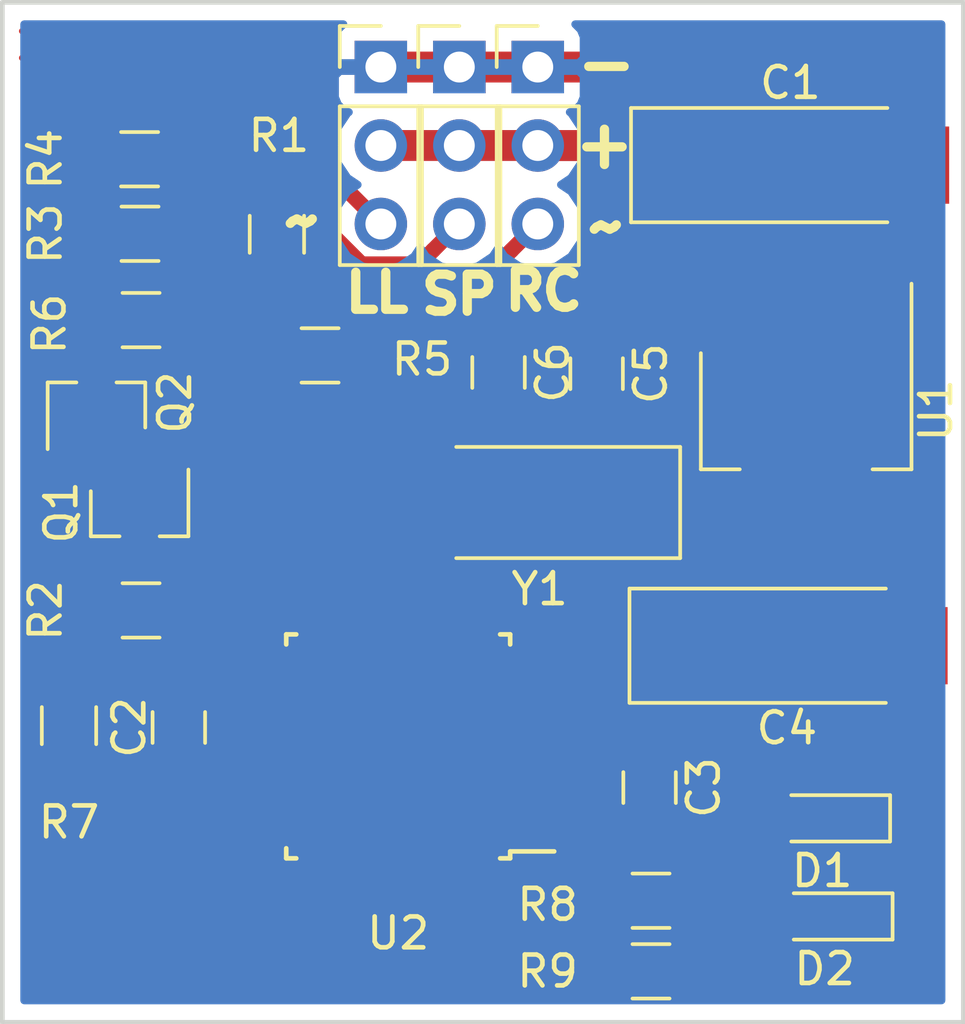
<source format=kicad_pcb>
(kicad_pcb (version 4) (host pcbnew 4.0.7)

  (general
    (links 57)
    (no_connects 5)
    (area 163.119999 30.404999 194.496 63.575001)
    (thickness 1.6)
    (drawings 12)
    (tracks 208)
    (zones 0)
    (modules 30)
    (nets 36)
  )

  (page A4)
  (layers
    (0 F.Cu signal)
    (31 B.Cu signal)
    (32 B.Adhes user)
    (33 F.Adhes user)
    (34 B.Paste user)
    (35 F.Paste user)
    (36 B.SilkS user)
    (37 F.SilkS user)
    (38 B.Mask user)
    (39 F.Mask user)
    (40 Dwgs.User user)
    (41 Cmts.User user)
    (42 Eco1.User user)
    (43 Eco2.User user)
    (44 Edge.Cuts user)
    (45 Margin user)
    (46 B.CrtYd user)
    (47 F.CrtYd user)
    (48 B.Fab user)
    (49 F.Fab user)
  )

  (setup
    (last_trace_width 0.5)
    (user_trace_width 0.16)
    (user_trace_width 0.25)
    (user_trace_width 0.5)
    (user_trace_width 0.75)
    (user_trace_width 1)
    (trace_clearance 0.2)
    (zone_clearance 0.508)
    (zone_45_only no)
    (trace_min 0.1524)
    (segment_width 0.2)
    (edge_width 0.15)
    (via_size 0.6)
    (via_drill 0.4)
    (via_min_size 0.4)
    (via_min_drill 0.3)
    (uvia_size 0.3)
    (uvia_drill 0.1)
    (uvias_allowed no)
    (uvia_min_size 0.2)
    (uvia_min_drill 0.1)
    (pcb_text_width 0.3)
    (pcb_text_size 1.5 1.5)
    (mod_edge_width 0.15)
    (mod_text_size 1 1)
    (mod_text_width 0.15)
    (pad_size 1.524 1.524)
    (pad_drill 0.762)
    (pad_to_mask_clearance 0.2)
    (aux_axis_origin 0 0)
    (visible_elements 7FFFFFFF)
    (pcbplotparams
      (layerselection 0x01030_80000001)
      (usegerberextensions false)
      (excludeedgelayer true)
      (linewidth 0.100000)
      (plotframeref false)
      (viasonmask false)
      (mode 1)
      (useauxorigin false)
      (hpglpennumber 1)
      (hpglpenspeed 20)
      (hpglpendiameter 15)
      (hpglpenoverlay 2)
      (psnegative false)
      (psa4output false)
      (plotreference true)
      (plotvalue false)
      (plotinvisibletext false)
      (padsonsilk false)
      (subtractmaskfromsilk false)
      (outputformat 1)
      (mirror false)
      (drillshape 0)
      (scaleselection 1)
      (outputdirectory llgerber/))
  )

  (net 0 "")
  (net 1 +BATT)
  (net 2 GND)
  (net 3 VCC)
  (net 4 LL)
  (net 5 RCin)
  (net 6 s.Port)
  (net 7 "Net-(Q1-Pad1)")
  (net 8 "Net-(Q1-Pad3)")
  (net 9 "Net-(Q2-Pad1)")
  (net 10 "Net-(Q2-Pad3)")
  (net 11 "Net-(R7-Pad1)")
  (net 12 "Net-(U2-Pad9)")
  (net 13 "Net-(U2-Pad10)")
  (net 14 "Net-(U2-Pad11)")
  (net 15 "Net-(U2-Pad19)")
  (net 16 "Net-(U2-Pad20)")
  (net 17 "Net-(U2-Pad22)")
  (net 18 "Net-(U2-Pad23)")
  (net 19 "Net-(U2-Pad24)")
  (net 20 "Net-(U2-Pad25)")
  (net 21 "Net-(U2-Pad26)")
  (net 22 "Net-(U2-Pad27)")
  (net 23 "Net-(U2-Pad28)")
  (net 24 "Net-(U2-Pad29)")
  (net 25 "Net-(C5-Pad2)")
  (net 26 "Net-(C6-Pad2)")
  (net 27 "Net-(R8-Pad1)")
  (net 28 "Net-(D1-Pad2)")
  (net 29 "Net-(D2-Pad2)")
  (net 30 "Net-(R9-Pad1)")
  (net 31 "Net-(J4-Pad1)")
  (net 32 "Net-(J5-Pad1)")
  (net 33 "Net-(J6-Pad1)")
  (net 34 "Net-(J7-Pad1)")
  (net 35 "Net-(J8-Pad1)")

  (net_class Default "This is the default net class."
    (clearance 0.2)
    (trace_width 0.25)
    (via_dia 0.6)
    (via_drill 0.4)
    (uvia_dia 0.3)
    (uvia_drill 0.1)
    (add_net +BATT)
    (add_net GND)
    (add_net LL)
    (add_net "Net-(C5-Pad2)")
    (add_net "Net-(C6-Pad2)")
    (add_net "Net-(D1-Pad2)")
    (add_net "Net-(D2-Pad2)")
    (add_net "Net-(J4-Pad1)")
    (add_net "Net-(J5-Pad1)")
    (add_net "Net-(J6-Pad1)")
    (add_net "Net-(J7-Pad1)")
    (add_net "Net-(J8-Pad1)")
    (add_net "Net-(Q1-Pad1)")
    (add_net "Net-(Q1-Pad3)")
    (add_net "Net-(Q2-Pad1)")
    (add_net "Net-(Q2-Pad3)")
    (add_net "Net-(R7-Pad1)")
    (add_net "Net-(R8-Pad1)")
    (add_net "Net-(R9-Pad1)")
    (add_net "Net-(U2-Pad10)")
    (add_net "Net-(U2-Pad11)")
    (add_net "Net-(U2-Pad19)")
    (add_net "Net-(U2-Pad20)")
    (add_net "Net-(U2-Pad22)")
    (add_net "Net-(U2-Pad23)")
    (add_net "Net-(U2-Pad24)")
    (add_net "Net-(U2-Pad25)")
    (add_net "Net-(U2-Pad26)")
    (add_net "Net-(U2-Pad27)")
    (add_net "Net-(U2-Pad28)")
    (add_net "Net-(U2-Pad29)")
    (add_net "Net-(U2-Pad9)")
    (add_net RCin)
    (add_net VCC)
    (add_net s.Port)
  )

  (module Crystals:Crystal_SMD_5032-2pin_5.0x3.2mm_HandSoldering (layer F.Cu) (tedit 58CD2E9C) (tstamp 5A281C41)
    (at 180.5905 46.6725 180)
    (descr "SMD Crystal SERIES SMD2520/2 http://www.icbase.com/File/PDF/HKC/HKC00061008.pdf, hand-soldering, 5.0x3.2mm^2 package")
    (tags "SMD SMT crystal hand-soldering")
    (path /5A282CB5)
    (attr smd)
    (fp_text reference Y1 (at 0 -2.8 180) (layer F.SilkS)
      (effects (font (size 1 1) (thickness 0.15)))
    )
    (fp_text value 16MHz (at 0 2.8 180) (layer F.Fab)
      (effects (font (size 1 1) (thickness 0.15)))
    )
    (fp_text user %R (at 0 0 360) (layer F.Fab)
      (effects (font (size 1 1) (thickness 0.15)))
    )
    (fp_line (start -2.3 -1.6) (end 2.3 -1.6) (layer F.Fab) (width 0.1))
    (fp_line (start 2.3 -1.6) (end 2.5 -1.4) (layer F.Fab) (width 0.1))
    (fp_line (start 2.5 -1.4) (end 2.5 1.4) (layer F.Fab) (width 0.1))
    (fp_line (start 2.5 1.4) (end 2.3 1.6) (layer F.Fab) (width 0.1))
    (fp_line (start 2.3 1.6) (end -2.3 1.6) (layer F.Fab) (width 0.1))
    (fp_line (start -2.3 1.6) (end -2.5 1.4) (layer F.Fab) (width 0.1))
    (fp_line (start -2.5 1.4) (end -2.5 -1.4) (layer F.Fab) (width 0.1))
    (fp_line (start -2.5 -1.4) (end -2.3 -1.6) (layer F.Fab) (width 0.1))
    (fp_line (start -2.5 0.6) (end -1.5 1.6) (layer F.Fab) (width 0.1))
    (fp_line (start 2.7 -1.8) (end -4.55 -1.8) (layer F.SilkS) (width 0.12))
    (fp_line (start -4.55 -1.8) (end -4.55 1.8) (layer F.SilkS) (width 0.12))
    (fp_line (start -4.55 1.8) (end 2.7 1.8) (layer F.SilkS) (width 0.12))
    (fp_line (start -4.6 -1.9) (end -4.6 1.9) (layer F.CrtYd) (width 0.05))
    (fp_line (start -4.6 1.9) (end 4.6 1.9) (layer F.CrtYd) (width 0.05))
    (fp_line (start 4.6 1.9) (end 4.6 -1.9) (layer F.CrtYd) (width 0.05))
    (fp_line (start 4.6 -1.9) (end -4.6 -1.9) (layer F.CrtYd) (width 0.05))
    (fp_circle (center 0 0) (end 0.4 0) (layer F.Adhes) (width 0.1))
    (fp_circle (center 0 0) (end 0.333333 0) (layer F.Adhes) (width 0.133333))
    (fp_circle (center 0 0) (end 0.213333 0) (layer F.Adhes) (width 0.133333))
    (fp_circle (center 0 0) (end 0.093333 0) (layer F.Adhes) (width 0.186667))
    (pad 1 smd rect (at -2.6 0 180) (size 3.5 2.4) (layers F.Cu F.Paste F.Mask)
      (net 25 "Net-(C5-Pad2)"))
    (pad 2 smd rect (at 2.6 0 180) (size 3.5 2.4) (layers F.Cu F.Paste F.Mask)
      (net 26 "Net-(C6-Pad2)"))
    (model ${KISYS3DMOD}/Crystals.3dshapes/Crystal_SMD_5032-2pin_5.0x3.2mm_HandSoldering.wrl
      (at (xyz 0 0 0))
      (scale (xyz 0.393701 0.393701 0.393701))
      (rotate (xyz 0 0 0))
    )
  )

  (module Capacitors_SMD:C_0805_HandSoldering (layer F.Cu) (tedit 58AA84A8) (tstamp 5A28EA95)
    (at 182.4355 42.5015 270)
    (descr "Capacitor SMD 0805, hand soldering")
    (tags "capacitor 0805")
    (path /5A28EC80)
    (attr smd)
    (fp_text reference C5 (at 0 -1.75 270) (layer F.SilkS)
      (effects (font (size 1 1) (thickness 0.15)))
    )
    (fp_text value 15pF (at 0 1.75 270) (layer F.Fab)
      (effects (font (size 1 1) (thickness 0.15)))
    )
    (fp_text user %R (at 0 -1.75 270) (layer F.Fab)
      (effects (font (size 1 1) (thickness 0.15)))
    )
    (fp_line (start -1 0.62) (end -1 -0.62) (layer F.Fab) (width 0.1))
    (fp_line (start 1 0.62) (end -1 0.62) (layer F.Fab) (width 0.1))
    (fp_line (start 1 -0.62) (end 1 0.62) (layer F.Fab) (width 0.1))
    (fp_line (start -1 -0.62) (end 1 -0.62) (layer F.Fab) (width 0.1))
    (fp_line (start 0.5 -0.85) (end -0.5 -0.85) (layer F.SilkS) (width 0.12))
    (fp_line (start -0.5 0.85) (end 0.5 0.85) (layer F.SilkS) (width 0.12))
    (fp_line (start -2.25 -0.88) (end 2.25 -0.88) (layer F.CrtYd) (width 0.05))
    (fp_line (start -2.25 -0.88) (end -2.25 0.87) (layer F.CrtYd) (width 0.05))
    (fp_line (start 2.25 0.87) (end 2.25 -0.88) (layer F.CrtYd) (width 0.05))
    (fp_line (start 2.25 0.87) (end -2.25 0.87) (layer F.CrtYd) (width 0.05))
    (pad 1 smd rect (at -1.25 0 270) (size 1.5 1.25) (layers F.Cu F.Paste F.Mask)
      (net 2 GND))
    (pad 2 smd rect (at 1.25 0 270) (size 1.5 1.25) (layers F.Cu F.Paste F.Mask)
      (net 25 "Net-(C5-Pad2)"))
    (model Capacitors_SMD.3dshapes/C_0805.wrl
      (at (xyz 0 0 0))
      (scale (xyz 1 1 1))
      (rotate (xyz 0 0 0))
    )
  )

  (module Capacitors_SMD:C_0805_HandSoldering (layer F.Cu) (tedit 58AA84A8) (tstamp 5A28EA9B)
    (at 179.2605 42.4615 270)
    (descr "Capacitor SMD 0805, hand soldering")
    (tags "capacitor 0805")
    (path /5A28EB4B)
    (attr smd)
    (fp_text reference C6 (at 0 -1.75 270) (layer F.SilkS)
      (effects (font (size 1 1) (thickness 0.15)))
    )
    (fp_text value 15pF (at 0 1.75 270) (layer F.Fab)
      (effects (font (size 1 1) (thickness 0.15)))
    )
    (fp_text user %R (at 0 -1.75 270) (layer F.Fab)
      (effects (font (size 1 1) (thickness 0.15)))
    )
    (fp_line (start -1 0.62) (end -1 -0.62) (layer F.Fab) (width 0.1))
    (fp_line (start 1 0.62) (end -1 0.62) (layer F.Fab) (width 0.1))
    (fp_line (start 1 -0.62) (end 1 0.62) (layer F.Fab) (width 0.1))
    (fp_line (start -1 -0.62) (end 1 -0.62) (layer F.Fab) (width 0.1))
    (fp_line (start 0.5 -0.85) (end -0.5 -0.85) (layer F.SilkS) (width 0.12))
    (fp_line (start -0.5 0.85) (end 0.5 0.85) (layer F.SilkS) (width 0.12))
    (fp_line (start -2.25 -0.88) (end 2.25 -0.88) (layer F.CrtYd) (width 0.05))
    (fp_line (start -2.25 -0.88) (end -2.25 0.87) (layer F.CrtYd) (width 0.05))
    (fp_line (start 2.25 0.87) (end 2.25 -0.88) (layer F.CrtYd) (width 0.05))
    (fp_line (start 2.25 0.87) (end -2.25 0.87) (layer F.CrtYd) (width 0.05))
    (pad 1 smd rect (at -1.25 0 270) (size 1.5 1.25) (layers F.Cu F.Paste F.Mask)
      (net 2 GND))
    (pad 2 smd rect (at 1.25 0 270) (size 1.5 1.25) (layers F.Cu F.Paste F.Mask)
      (net 26 "Net-(C6-Pad2)"))
    (model Capacitors_SMD.3dshapes/C_0805.wrl
      (at (xyz 0 0 0))
      (scale (xyz 1 1 1))
      (rotate (xyz 0 0 0))
    )
  )

  (module TO_SOT_Packages_SMD:SOT-23 (layer F.Cu) (tedit 58CE4E7E) (tstamp 5A27AC50)
    (at 166.243 43.545 90)
    (descr "SOT-23, Standard")
    (tags SOT-23)
    (path /5A2821CE)
    (attr smd)
    (fp_text reference Q2 (at 0.111 2.54 90) (layer F.SilkS)
      (effects (font (size 1 1) (thickness 0.15)))
    )
    (fp_text value BC847 (at 0 2.5 90) (layer F.Fab)
      (effects (font (size 1 1) (thickness 0.15)))
    )
    (fp_text user %R (at 0 0 360) (layer F.Fab)
      (effects (font (size 0.5 0.5) (thickness 0.075)))
    )
    (fp_line (start -0.7 -0.95) (end -0.7 1.5) (layer F.Fab) (width 0.1))
    (fp_line (start -0.15 -1.52) (end 0.7 -1.52) (layer F.Fab) (width 0.1))
    (fp_line (start -0.7 -0.95) (end -0.15 -1.52) (layer F.Fab) (width 0.1))
    (fp_line (start 0.7 -1.52) (end 0.7 1.52) (layer F.Fab) (width 0.1))
    (fp_line (start -0.7 1.52) (end 0.7 1.52) (layer F.Fab) (width 0.1))
    (fp_line (start 0.76 1.58) (end 0.76 0.65) (layer F.SilkS) (width 0.12))
    (fp_line (start 0.76 -1.58) (end 0.76 -0.65) (layer F.SilkS) (width 0.12))
    (fp_line (start -1.7 -1.75) (end 1.7 -1.75) (layer F.CrtYd) (width 0.05))
    (fp_line (start 1.7 -1.75) (end 1.7 1.75) (layer F.CrtYd) (width 0.05))
    (fp_line (start 1.7 1.75) (end -1.7 1.75) (layer F.CrtYd) (width 0.05))
    (fp_line (start -1.7 1.75) (end -1.7 -1.75) (layer F.CrtYd) (width 0.05))
    (fp_line (start 0.76 -1.58) (end -1.4 -1.58) (layer F.SilkS) (width 0.12))
    (fp_line (start 0.76 1.58) (end -0.7 1.58) (layer F.SilkS) (width 0.12))
    (pad 1 smd rect (at -1 -0.95 90) (size 0.9 0.8) (layers F.Cu F.Paste F.Mask)
      (net 9 "Net-(Q2-Pad1)"))
    (pad 2 smd rect (at -1 0.95 90) (size 0.9 0.8) (layers F.Cu F.Paste F.Mask)
      (net 2 GND))
    (pad 3 smd rect (at 1 0 90) (size 0.9 0.8) (layers F.Cu F.Paste F.Mask)
      (net 10 "Net-(Q2-Pad3)"))
    (model ${KISYS3DMOD}/TO_SOT_Packages_SMD.3dshapes/SOT-23.wrl
      (at (xyz 0 0 0))
      (scale (xyz 1 1 1))
      (rotate (xyz 0 0 0))
    )
  )

  (module Resistors_SMD:R_0805_HandSoldering (layer F.Cu) (tedit 58E0A804) (tstamp 5A27AC5C)
    (at 167.687 50.165 180)
    (descr "Resistor SMD 0805, hand soldering")
    (tags "resistor 0805")
    (path /5A279789)
    (attr smd)
    (fp_text reference R2 (at 3.095 0 270) (layer F.SilkS)
      (effects (font (size 1 1) (thickness 0.15)))
    )
    (fp_text value 4.7k (at 0 1.75 180) (layer F.Fab)
      (effects (font (size 1 1) (thickness 0.15)))
    )
    (fp_text user %R (at 0 0 180) (layer F.Fab)
      (effects (font (size 0.5 0.5) (thickness 0.075)))
    )
    (fp_line (start -1 0.62) (end -1 -0.62) (layer F.Fab) (width 0.1))
    (fp_line (start 1 0.62) (end -1 0.62) (layer F.Fab) (width 0.1))
    (fp_line (start 1 -0.62) (end 1 0.62) (layer F.Fab) (width 0.1))
    (fp_line (start -1 -0.62) (end 1 -0.62) (layer F.Fab) (width 0.1))
    (fp_line (start 0.6 0.88) (end -0.6 0.88) (layer F.SilkS) (width 0.12))
    (fp_line (start -0.6 -0.88) (end 0.6 -0.88) (layer F.SilkS) (width 0.12))
    (fp_line (start -2.35 -0.9) (end 2.35 -0.9) (layer F.CrtYd) (width 0.05))
    (fp_line (start -2.35 -0.9) (end -2.35 0.9) (layer F.CrtYd) (width 0.05))
    (fp_line (start 2.35 0.9) (end 2.35 -0.9) (layer F.CrtYd) (width 0.05))
    (fp_line (start 2.35 0.9) (end -2.35 0.9) (layer F.CrtYd) (width 0.05))
    (pad 1 smd rect (at -1.35 0 180) (size 1.5 1.3) (layers F.Cu F.Paste F.Mask)
      (net 3 VCC))
    (pad 2 smd rect (at 1.35 0 180) (size 1.5 1.3) (layers F.Cu F.Paste F.Mask)
      (net 8 "Net-(Q1-Pad3)"))
    (model ${KISYS3DMOD}/Resistors_SMD.3dshapes/R_0805.wrl
      (at (xyz 0 0 0))
      (scale (xyz 1 1 1))
      (rotate (xyz 0 0 0))
    )
  )

  (module Resistors_SMD:R_0805_HandSoldering (layer F.Cu) (tedit 58E0A804) (tstamp 5A27AC6E)
    (at 173.482 41.91 180)
    (descr "Resistor SMD 0805, hand soldering")
    (tags "resistor 0805")
    (path /5A27D911)
    (attr smd)
    (fp_text reference R5 (at -3.302 -0.127 180) (layer F.SilkS)
      (effects (font (size 1 1) (thickness 0.15)))
    )
    (fp_text value 1k (at 0 1.75 180) (layer F.Fab)
      (effects (font (size 1 1) (thickness 0.15)))
    )
    (fp_text user %R (at 0 0 180) (layer F.Fab)
      (effects (font (size 0.5 0.5) (thickness 0.075)))
    )
    (fp_line (start -1 0.62) (end -1 -0.62) (layer F.Fab) (width 0.1))
    (fp_line (start 1 0.62) (end -1 0.62) (layer F.Fab) (width 0.1))
    (fp_line (start 1 -0.62) (end 1 0.62) (layer F.Fab) (width 0.1))
    (fp_line (start -1 -0.62) (end 1 -0.62) (layer F.Fab) (width 0.1))
    (fp_line (start 0.6 0.88) (end -0.6 0.88) (layer F.SilkS) (width 0.12))
    (fp_line (start -0.6 -0.88) (end 0.6 -0.88) (layer F.SilkS) (width 0.12))
    (fp_line (start -2.35 -0.9) (end 2.35 -0.9) (layer F.CrtYd) (width 0.05))
    (fp_line (start -2.35 -0.9) (end -2.35 0.9) (layer F.CrtYd) (width 0.05))
    (fp_line (start 2.35 0.9) (end 2.35 -0.9) (layer F.CrtYd) (width 0.05))
    (fp_line (start 2.35 0.9) (end -2.35 0.9) (layer F.CrtYd) (width 0.05))
    (pad 1 smd rect (at -1.35 0 180) (size 1.5 1.3) (layers F.Cu F.Paste F.Mask)
      (net 5 RCin))
    (pad 2 smd rect (at 1.35 0 180) (size 1.5 1.3) (layers F.Cu F.Paste F.Mask)
      (net 3 VCC))
    (model ${KISYS3DMOD}/Resistors_SMD.3dshapes/R_0805.wrl
      (at (xyz 0 0 0))
      (scale (xyz 1 1 1))
      (rotate (xyz 0 0 0))
    )
  )

  (module Resistors_SMD:R_0805_HandSoldering (layer F.Cu) (tedit 58E0A804) (tstamp 5A27AC7A)
    (at 165.354 53.895 90)
    (descr "Resistor SMD 0805, hand soldering")
    (tags "resistor 0805")
    (path /5A279B95)
    (attr smd)
    (fp_text reference R7 (at -3.128 0 180) (layer F.SilkS)
      (effects (font (size 1 1) (thickness 0.15)))
    )
    (fp_text value 1k (at 0 1.75 90) (layer F.Fab)
      (effects (font (size 1 1) (thickness 0.15)))
    )
    (fp_text user %R (at 0 0 90) (layer F.Fab)
      (effects (font (size 0.5 0.5) (thickness 0.075)))
    )
    (fp_line (start -1 0.62) (end -1 -0.62) (layer F.Fab) (width 0.1))
    (fp_line (start 1 0.62) (end -1 0.62) (layer F.Fab) (width 0.1))
    (fp_line (start 1 -0.62) (end 1 0.62) (layer F.Fab) (width 0.1))
    (fp_line (start -1 -0.62) (end 1 -0.62) (layer F.Fab) (width 0.1))
    (fp_line (start 0.6 0.88) (end -0.6 0.88) (layer F.SilkS) (width 0.12))
    (fp_line (start -0.6 -0.88) (end 0.6 -0.88) (layer F.SilkS) (width 0.12))
    (fp_line (start -2.35 -0.9) (end 2.35 -0.9) (layer F.CrtYd) (width 0.05))
    (fp_line (start -2.35 -0.9) (end -2.35 0.9) (layer F.CrtYd) (width 0.05))
    (fp_line (start 2.35 0.9) (end 2.35 -0.9) (layer F.CrtYd) (width 0.05))
    (fp_line (start 2.35 0.9) (end -2.35 0.9) (layer F.CrtYd) (width 0.05))
    (pad 1 smd rect (at -1.35 0 90) (size 1.5 1.3) (layers F.Cu F.Paste F.Mask)
      (net 11 "Net-(R7-Pad1)"))
    (pad 2 smd rect (at 1.35 0 90) (size 1.5 1.3) (layers F.Cu F.Paste F.Mask)
      (net 9 "Net-(Q2-Pad1)"))
    (model ${KISYS3DMOD}/Resistors_SMD.3dshapes/R_0805.wrl
      (at (xyz 0 0 0))
      (scale (xyz 1 1 1))
      (rotate (xyz 0 0 0))
    )
  )

  (module Resistors_SMD:R_0805_HandSoldering (layer F.Cu) (tedit 58E0A804) (tstamp 5A27AC74)
    (at 167.687 40.767 180)
    (descr "Resistor SMD 0805, hand soldering")
    (tags "resistor 0805")
    (path /5A279A75)
    (attr smd)
    (fp_text reference R6 (at 2.968 -0.127 270) (layer F.SilkS)
      (effects (font (size 1 1) (thickness 0.15)))
    )
    (fp_text value 1k (at 0 1.75 180) (layer F.Fab)
      (effects (font (size 1 1) (thickness 0.15)))
    )
    (fp_text user %R (at 0 0 180) (layer F.Fab)
      (effects (font (size 0.5 0.5) (thickness 0.075)))
    )
    (fp_line (start -1 0.62) (end -1 -0.62) (layer F.Fab) (width 0.1))
    (fp_line (start 1 0.62) (end -1 0.62) (layer F.Fab) (width 0.1))
    (fp_line (start 1 -0.62) (end 1 0.62) (layer F.Fab) (width 0.1))
    (fp_line (start -1 -0.62) (end 1 -0.62) (layer F.Fab) (width 0.1))
    (fp_line (start 0.6 0.88) (end -0.6 0.88) (layer F.SilkS) (width 0.12))
    (fp_line (start -0.6 -0.88) (end 0.6 -0.88) (layer F.SilkS) (width 0.12))
    (fp_line (start -2.35 -0.9) (end 2.35 -0.9) (layer F.CrtYd) (width 0.05))
    (fp_line (start -2.35 -0.9) (end -2.35 0.9) (layer F.CrtYd) (width 0.05))
    (fp_line (start 2.35 0.9) (end 2.35 -0.9) (layer F.CrtYd) (width 0.05))
    (fp_line (start 2.35 0.9) (end -2.35 0.9) (layer F.CrtYd) (width 0.05))
    (pad 1 smd rect (at -1.35 0 180) (size 1.5 1.3) (layers F.Cu F.Paste F.Mask)
      (net 3 VCC))
    (pad 2 smd rect (at 1.35 0 180) (size 1.5 1.3) (layers F.Cu F.Paste F.Mask)
      (net 10 "Net-(Q2-Pad3)"))
    (model ${KISYS3DMOD}/Resistors_SMD.3dshapes/R_0805.wrl
      (at (xyz 0 0 0))
      (scale (xyz 1 1 1))
      (rotate (xyz 0 0 0))
    )
  )

  (module Resistors_SMD:R_0805_HandSoldering (layer F.Cu) (tedit 58E0A804) (tstamp 5A27AC68)
    (at 167.64 35.56)
    (descr "Resistor SMD 0805, hand soldering")
    (tags "resistor 0805")
    (path /5A279A92)
    (attr smd)
    (fp_text reference R4 (at -3.048 0 90) (layer F.SilkS)
      (effects (font (size 1 1) (thickness 0.15)))
    )
    (fp_text value 1k (at 0 1.75) (layer F.Fab)
      (effects (font (size 1 1) (thickness 0.15)))
    )
    (fp_text user %R (at 0 0) (layer F.Fab)
      (effects (font (size 0.5 0.5) (thickness 0.075)))
    )
    (fp_line (start -1 0.62) (end -1 -0.62) (layer F.Fab) (width 0.1))
    (fp_line (start 1 0.62) (end -1 0.62) (layer F.Fab) (width 0.1))
    (fp_line (start 1 -0.62) (end 1 0.62) (layer F.Fab) (width 0.1))
    (fp_line (start -1 -0.62) (end 1 -0.62) (layer F.Fab) (width 0.1))
    (fp_line (start 0.6 0.88) (end -0.6 0.88) (layer F.SilkS) (width 0.12))
    (fp_line (start -0.6 -0.88) (end 0.6 -0.88) (layer F.SilkS) (width 0.12))
    (fp_line (start -2.35 -0.9) (end 2.35 -0.9) (layer F.CrtYd) (width 0.05))
    (fp_line (start -2.35 -0.9) (end -2.35 0.9) (layer F.CrtYd) (width 0.05))
    (fp_line (start 2.35 0.9) (end 2.35 -0.9) (layer F.CrtYd) (width 0.05))
    (fp_line (start 2.35 0.9) (end -2.35 0.9) (layer F.CrtYd) (width 0.05))
    (pad 1 smd rect (at -1.35 0) (size 1.5 1.3) (layers F.Cu F.Paste F.Mask)
      (net 10 "Net-(Q2-Pad3)"))
    (pad 2 smd rect (at 1.35 0) (size 1.5 1.3) (layers F.Cu F.Paste F.Mask)
      (net 6 s.Port))
    (model ${KISYS3DMOD}/Resistors_SMD.3dshapes/R_0805.wrl
      (at (xyz 0 0 0))
      (scale (xyz 1 1 1))
      (rotate (xyz 0 0 0))
    )
  )

  (module Resistors_SMD:R_0805_HandSoldering (layer F.Cu) (tedit 58E0A804) (tstamp 5A27AC62)
    (at 167.653163 37.973 180)
    (descr "Resistor SMD 0805, hand soldering")
    (tags "resistor 0805")
    (path /5A279BDE)
    (attr smd)
    (fp_text reference R3 (at 3.061163 0 270) (layer F.SilkS)
      (effects (font (size 1 1) (thickness 0.15)))
    )
    (fp_text value 10k (at 0 1.75 180) (layer F.Fab)
      (effects (font (size 1 1) (thickness 0.15)))
    )
    (fp_text user %R (at 0 0 180) (layer F.Fab)
      (effects (font (size 0.5 0.5) (thickness 0.075)))
    )
    (fp_line (start -1 0.62) (end -1 -0.62) (layer F.Fab) (width 0.1))
    (fp_line (start 1 0.62) (end -1 0.62) (layer F.Fab) (width 0.1))
    (fp_line (start 1 -0.62) (end 1 0.62) (layer F.Fab) (width 0.1))
    (fp_line (start -1 -0.62) (end 1 -0.62) (layer F.Fab) (width 0.1))
    (fp_line (start 0.6 0.88) (end -0.6 0.88) (layer F.SilkS) (width 0.12))
    (fp_line (start -0.6 -0.88) (end 0.6 -0.88) (layer F.SilkS) (width 0.12))
    (fp_line (start -2.35 -0.9) (end 2.35 -0.9) (layer F.CrtYd) (width 0.05))
    (fp_line (start -2.35 -0.9) (end -2.35 0.9) (layer F.CrtYd) (width 0.05))
    (fp_line (start 2.35 0.9) (end 2.35 -0.9) (layer F.CrtYd) (width 0.05))
    (fp_line (start 2.35 0.9) (end -2.35 0.9) (layer F.CrtYd) (width 0.05))
    (pad 1 smd rect (at -1.35 0 180) (size 1.5 1.3) (layers F.Cu F.Paste F.Mask)
      (net 6 s.Port))
    (pad 2 smd rect (at 1.35 0 180) (size 1.5 1.3) (layers F.Cu F.Paste F.Mask)
      (net 7 "Net-(Q1-Pad1)"))
    (model ${KISYS3DMOD}/Resistors_SMD.3dshapes/R_0805.wrl
      (at (xyz 0 0 0))
      (scale (xyz 1 1 1))
      (rotate (xyz 0 0 0))
    )
  )

  (module Resistors_SMD:R_0805_HandSoldering (layer F.Cu) (tedit 58E0A804) (tstamp 5A27AC56)
    (at 172.085 37.9895 270)
    (descr "Resistor SMD 0805, hand soldering")
    (tags "resistor 0805")
    (path /5A27A92A)
    (attr smd)
    (fp_text reference R1 (at -3.1915 -0.0635 360) (layer F.SilkS)
      (effects (font (size 1 1) (thickness 0.15)))
    )
    (fp_text value 1k (at 0 1.75 270) (layer F.Fab)
      (effects (font (size 1 1) (thickness 0.15)))
    )
    (fp_text user %R (at 0 0 270) (layer F.Fab)
      (effects (font (size 0.5 0.5) (thickness 0.075)))
    )
    (fp_line (start -1 0.62) (end -1 -0.62) (layer F.Fab) (width 0.1))
    (fp_line (start 1 0.62) (end -1 0.62) (layer F.Fab) (width 0.1))
    (fp_line (start 1 -0.62) (end 1 0.62) (layer F.Fab) (width 0.1))
    (fp_line (start -1 -0.62) (end 1 -0.62) (layer F.Fab) (width 0.1))
    (fp_line (start 0.6 0.88) (end -0.6 0.88) (layer F.SilkS) (width 0.12))
    (fp_line (start -0.6 -0.88) (end 0.6 -0.88) (layer F.SilkS) (width 0.12))
    (fp_line (start -2.35 -0.9) (end 2.35 -0.9) (layer F.CrtYd) (width 0.05))
    (fp_line (start -2.35 -0.9) (end -2.35 0.9) (layer F.CrtYd) (width 0.05))
    (fp_line (start 2.35 0.9) (end 2.35 -0.9) (layer F.CrtYd) (width 0.05))
    (fp_line (start 2.35 0.9) (end -2.35 0.9) (layer F.CrtYd) (width 0.05))
    (pad 1 smd rect (at -1.35 0 270) (size 1.5 1.3) (layers F.Cu F.Paste F.Mask)
      (net 4 LL))
    (pad 2 smd rect (at 1.35 0 270) (size 1.5 1.3) (layers F.Cu F.Paste F.Mask)
      (net 3 VCC))
    (model ${KISYS3DMOD}/Resistors_SMD.3dshapes/R_0805.wrl
      (at (xyz 0 0 0))
      (scale (xyz 1 1 1))
      (rotate (xyz 0 0 0))
    )
  )

  (module TO_SOT_Packages_SMD:SOT-23 (layer F.Cu) (tedit 58CE4E7E) (tstamp 5A27AC49)
    (at 167.64 47.006 270)
    (descr "SOT-23, Standard")
    (tags SOT-23)
    (path /5A28209A)
    (attr smd)
    (fp_text reference Q1 (at -0.016 2.54 450) (layer F.SilkS)
      (effects (font (size 1 1) (thickness 0.15)))
    )
    (fp_text value BC847 (at 0 2.5 270) (layer F.Fab)
      (effects (font (size 1 1) (thickness 0.15)))
    )
    (fp_text user %R (at 0 0 360) (layer F.Fab)
      (effects (font (size 0.5 0.5) (thickness 0.075)))
    )
    (fp_line (start -0.7 -0.95) (end -0.7 1.5) (layer F.Fab) (width 0.1))
    (fp_line (start -0.15 -1.52) (end 0.7 -1.52) (layer F.Fab) (width 0.1))
    (fp_line (start -0.7 -0.95) (end -0.15 -1.52) (layer F.Fab) (width 0.1))
    (fp_line (start 0.7 -1.52) (end 0.7 1.52) (layer F.Fab) (width 0.1))
    (fp_line (start -0.7 1.52) (end 0.7 1.52) (layer F.Fab) (width 0.1))
    (fp_line (start 0.76 1.58) (end 0.76 0.65) (layer F.SilkS) (width 0.12))
    (fp_line (start 0.76 -1.58) (end 0.76 -0.65) (layer F.SilkS) (width 0.12))
    (fp_line (start -1.7 -1.75) (end 1.7 -1.75) (layer F.CrtYd) (width 0.05))
    (fp_line (start 1.7 -1.75) (end 1.7 1.75) (layer F.CrtYd) (width 0.05))
    (fp_line (start 1.7 1.75) (end -1.7 1.75) (layer F.CrtYd) (width 0.05))
    (fp_line (start -1.7 1.75) (end -1.7 -1.75) (layer F.CrtYd) (width 0.05))
    (fp_line (start 0.76 -1.58) (end -1.4 -1.58) (layer F.SilkS) (width 0.12))
    (fp_line (start 0.76 1.58) (end -0.7 1.58) (layer F.SilkS) (width 0.12))
    (pad 1 smd rect (at -1 -0.95 270) (size 0.9 0.8) (layers F.Cu F.Paste F.Mask)
      (net 7 "Net-(Q1-Pad1)"))
    (pad 2 smd rect (at -1 0.95 270) (size 0.9 0.8) (layers F.Cu F.Paste F.Mask)
      (net 2 GND))
    (pad 3 smd rect (at 1 0 270) (size 0.9 0.8) (layers F.Cu F.Paste F.Mask)
      (net 8 "Net-(Q1-Pad3)"))
    (model ${KISYS3DMOD}/TO_SOT_Packages_SMD.3dshapes/SOT-23.wrl
      (at (xyz 0 0 0))
      (scale (xyz 1 1 1))
      (rotate (xyz 0 0 0))
    )
  )

  (module Pin_Headers:Pin_Header_Straight_1x03_Pitch2.54mm locked (layer F.Cu) (tedit 5A2910C5) (tstamp 5A27AC42)
    (at 177.9905 32.5755)
    (descr "Through hole straight pin header, 1x03, 2.54mm pitch, single row")
    (tags "Through hole pin header THT 1x03 2.54mm single row")
    (path /5A27AAB6)
    (fp_text reference J3 (at -0.381 7.4295) (layer F.SilkS) hide
      (effects (font (size 1 1) (thickness 0.15)))
    )
    (fp_text value Conn_01x03 (at 0 7.41) (layer F.Fab)
      (effects (font (size 1 1) (thickness 0.15)))
    )
    (fp_line (start -0.635 -1.27) (end 1.27 -1.27) (layer F.Fab) (width 0.1))
    (fp_line (start 1.27 -1.27) (end 1.27 6.35) (layer F.Fab) (width 0.1))
    (fp_line (start 1.27 6.35) (end -1.27 6.35) (layer F.Fab) (width 0.1))
    (fp_line (start -1.27 6.35) (end -1.27 -0.635) (layer F.Fab) (width 0.1))
    (fp_line (start -1.27 -0.635) (end -0.635 -1.27) (layer F.Fab) (width 0.1))
    (fp_line (start -1.33 6.41) (end 1.33 6.41) (layer F.SilkS) (width 0.12))
    (fp_line (start -1.33 1.27) (end -1.33 6.41) (layer F.SilkS) (width 0.12))
    (fp_line (start 1.33 1.27) (end 1.33 6.41) (layer F.SilkS) (width 0.12))
    (fp_line (start -1.33 1.27) (end 1.33 1.27) (layer F.SilkS) (width 0.12))
    (fp_line (start -1.33 0) (end -1.33 -1.33) (layer F.SilkS) (width 0.12))
    (fp_line (start -1.33 -1.33) (end 0 -1.33) (layer F.SilkS) (width 0.12))
    (fp_line (start -1.8 -1.8) (end -1.8 6.85) (layer F.CrtYd) (width 0.05))
    (fp_line (start -1.8 6.85) (end 1.8 6.85) (layer F.CrtYd) (width 0.05))
    (fp_line (start 1.8 6.85) (end 1.8 -1.8) (layer F.CrtYd) (width 0.05))
    (fp_line (start 1.8 -1.8) (end -1.8 -1.8) (layer F.CrtYd) (width 0.05))
    (fp_text user %R (at 0 2.54 180) (layer F.Fab)
      (effects (font (size 1 1) (thickness 0.15)))
    )
    (pad 1 thru_hole rect (at 0 0) (size 1.7 1.7) (drill 1) (layers *.Cu *.Mask)
      (net 2 GND))
    (pad 2 thru_hole oval (at 0 2.54) (size 1.7 1.7) (drill 1) (layers *.Cu *.Mask)
      (net 1 +BATT))
    (pad 3 thru_hole oval (at 0 5.08) (size 1.7 1.7) (drill 1) (layers *.Cu *.Mask)
      (net 6 s.Port))
    (model ${KISYS3DMOD}/Pin_Headers.3dshapes/Pin_Header_Straight_1x03_Pitch2.54mm.wrl
      (at (xyz 0 0 0))
      (scale (xyz 1 1 1))
      (rotate (xyz 0 0 0))
    )
  )

  (module Pin_Headers:Pin_Header_Straight_1x03_Pitch2.54mm locked (layer F.Cu) (tedit 5A2910C0) (tstamp 5A27AC34)
    (at 175.4505 32.5755)
    (descr "Through hole straight pin header, 1x03, 2.54mm pitch, single row")
    (tags "Through hole pin header THT 1x03 2.54mm single row")
    (path /5A27A97E)
    (fp_text reference J1 (at -2.6035 0) (layer F.SilkS) hide
      (effects (font (size 1 1) (thickness 0.15)))
    )
    (fp_text value Conn_01x03 (at 0 7.41) (layer F.Fab)
      (effects (font (size 1 1) (thickness 0.15)))
    )
    (fp_line (start -0.635 -1.27) (end 1.27 -1.27) (layer F.Fab) (width 0.1))
    (fp_line (start 1.27 -1.27) (end 1.27 6.35) (layer F.Fab) (width 0.1))
    (fp_line (start 1.27 6.35) (end -1.27 6.35) (layer F.Fab) (width 0.1))
    (fp_line (start -1.27 6.35) (end -1.27 -0.635) (layer F.Fab) (width 0.1))
    (fp_line (start -1.27 -0.635) (end -0.635 -1.27) (layer F.Fab) (width 0.1))
    (fp_line (start -1.33 6.41) (end 1.33 6.41) (layer F.SilkS) (width 0.12))
    (fp_line (start -1.33 1.27) (end -1.33 6.41) (layer F.SilkS) (width 0.12))
    (fp_line (start 1.33 1.27) (end 1.33 6.41) (layer F.SilkS) (width 0.12))
    (fp_line (start -1.33 1.27) (end 1.33 1.27) (layer F.SilkS) (width 0.12))
    (fp_line (start -1.33 0) (end -1.33 -1.33) (layer F.SilkS) (width 0.12))
    (fp_line (start -1.33 -1.33) (end 0 -1.33) (layer F.SilkS) (width 0.12))
    (fp_line (start -1.8 -1.8) (end -1.8 6.85) (layer F.CrtYd) (width 0.05))
    (fp_line (start -1.8 6.85) (end 1.8 6.85) (layer F.CrtYd) (width 0.05))
    (fp_line (start 1.8 6.85) (end 1.8 -1.8) (layer F.CrtYd) (width 0.05))
    (fp_line (start 1.8 -1.8) (end -1.8 -1.8) (layer F.CrtYd) (width 0.05))
    (fp_text user %R (at 0 2.54 90) (layer F.Fab)
      (effects (font (size 1 1) (thickness 0.15)))
    )
    (pad 1 thru_hole rect (at 0 0) (size 1.7 1.7) (drill 1) (layers *.Cu *.Mask)
      (net 2 GND))
    (pad 2 thru_hole oval (at 0 2.54) (size 1.7 1.7) (drill 1) (layers *.Cu *.Mask)
      (net 1 +BATT))
    (pad 3 thru_hole oval (at 0 5.08) (size 1.7 1.7) (drill 1) (layers *.Cu *.Mask)
      (net 4 LL))
    (model ${KISYS3DMOD}/Pin_Headers.3dshapes/Pin_Header_Straight_1x03_Pitch2.54mm.wrl
      (at (xyz 0 0 0))
      (scale (xyz 1 1 1))
      (rotate (xyz 0 0 0))
    )
  )

  (module Capacitors_Tantalum_SMD:CP_Tantalum_Case-C_EIA-6032-28_Hand locked (layer F.Cu) (tedit 58CC8C08) (tstamp 5A27AC2D)
    (at 188.799 51.308)
    (descr "Tantalum capacitor, Case C, EIA 6032-28, 6.0x3.2x2.5mm, Hand soldering footprint")
    (tags "capacitor tantalum smd")
    (path /5A27DAE6)
    (attr smd)
    (fp_text reference C4 (at -0.204 2.667) (layer F.SilkS)
      (effects (font (size 1 1) (thickness 0.15)))
    )
    (fp_text value 100uF (at 0 3.35) (layer F.Fab)
      (effects (font (size 1 1) (thickness 0.15)))
    )
    (fp_text user %R (at 0 0) (layer F.Fab)
      (effects (font (size 1 1) (thickness 0.15)))
    )
    (fp_line (start -5.4 -2) (end -5.4 2) (layer F.CrtYd) (width 0.05))
    (fp_line (start -5.4 2) (end 5.4 2) (layer F.CrtYd) (width 0.05))
    (fp_line (start 5.4 2) (end 5.4 -2) (layer F.CrtYd) (width 0.05))
    (fp_line (start 5.4 -2) (end -5.4 -2) (layer F.CrtYd) (width 0.05))
    (fp_line (start -3 -1.6) (end -3 1.6) (layer F.Fab) (width 0.1))
    (fp_line (start -3 1.6) (end 3 1.6) (layer F.Fab) (width 0.1))
    (fp_line (start 3 1.6) (end 3 -1.6) (layer F.Fab) (width 0.1))
    (fp_line (start 3 -1.6) (end -3 -1.6) (layer F.Fab) (width 0.1))
    (fp_line (start -2.4 -1.6) (end -2.4 1.6) (layer F.Fab) (width 0.1))
    (fp_line (start -2.1 -1.6) (end -2.1 1.6) (layer F.Fab) (width 0.1))
    (fp_line (start -5.3 -1.85) (end 3 -1.85) (layer F.SilkS) (width 0.12))
    (fp_line (start -5.3 1.85) (end 3 1.85) (layer F.SilkS) (width 0.12))
    (fp_line (start -5.3 -1.85) (end -5.3 1.85) (layer F.SilkS) (width 0.12))
    (pad 1 smd rect (at -3.125 0) (size 3.75 2.5) (layers F.Cu F.Paste F.Mask)
      (net 3 VCC))
    (pad 2 smd rect (at 3.125 0) (size 3.75 2.5) (layers F.Cu F.Paste F.Mask)
      (net 2 GND))
    (model Capacitors_Tantalum_SMD.3dshapes/CP_Tantalum_Case-C_EIA-6032-28.wrl
      (at (xyz 0 0 0))
      (scale (xyz 1 1 1))
      (rotate (xyz 0 0 0))
    )
  )

  (module Capacitors_Tantalum_SMD:CP_Tantalum_Case-C_EIA-6032-28_Hand locked (layer F.Cu) (tedit 58CC8C08) (tstamp 5A27AC1B)
    (at 188.849 35.7505)
    (descr "Tantalum capacitor, Case C, EIA 6032-28, 6.0x3.2x2.5mm, Hand soldering footprint")
    (tags "capacitor tantalum smd")
    (path /5A27DB8E)
    (attr smd)
    (fp_text reference C1 (at -0.1405 -2.667) (layer F.SilkS)
      (effects (font (size 1 1) (thickness 0.15)))
    )
    (fp_text value 10uF (at 0 3.35) (layer F.Fab)
      (effects (font (size 1 1) (thickness 0.15)))
    )
    (fp_text user %R (at 0 0) (layer F.Fab)
      (effects (font (size 1 1) (thickness 0.15)))
    )
    (fp_line (start -5.4 -2) (end -5.4 2) (layer F.CrtYd) (width 0.05))
    (fp_line (start -5.4 2) (end 5.4 2) (layer F.CrtYd) (width 0.05))
    (fp_line (start 5.4 2) (end 5.4 -2) (layer F.CrtYd) (width 0.05))
    (fp_line (start 5.4 -2) (end -5.4 -2) (layer F.CrtYd) (width 0.05))
    (fp_line (start -3 -1.6) (end -3 1.6) (layer F.Fab) (width 0.1))
    (fp_line (start -3 1.6) (end 3 1.6) (layer F.Fab) (width 0.1))
    (fp_line (start 3 1.6) (end 3 -1.6) (layer F.Fab) (width 0.1))
    (fp_line (start 3 -1.6) (end -3 -1.6) (layer F.Fab) (width 0.1))
    (fp_line (start -2.4 -1.6) (end -2.4 1.6) (layer F.Fab) (width 0.1))
    (fp_line (start -2.1 -1.6) (end -2.1 1.6) (layer F.Fab) (width 0.1))
    (fp_line (start -5.3 -1.85) (end 3 -1.85) (layer F.SilkS) (width 0.12))
    (fp_line (start -5.3 1.85) (end 3 1.85) (layer F.SilkS) (width 0.12))
    (fp_line (start -5.3 -1.85) (end -5.3 1.85) (layer F.SilkS) (width 0.12))
    (pad 1 smd rect (at -3.125 0) (size 3.75 2.5) (layers F.Cu F.Paste F.Mask)
      (net 1 +BATT))
    (pad 2 smd rect (at 3.125 0) (size 3.75 2.5) (layers F.Cu F.Paste F.Mask)
      (net 2 GND))
    (model Capacitors_Tantalum_SMD.3dshapes/CP_Tantalum_Case-C_EIA-6032-28.wrl
      (at (xyz 0 0 0))
      (scale (xyz 1 1 1))
      (rotate (xyz 0 0 0))
    )
  )

  (module TO_SOT_Packages_SMD:SOT-223-3_TabPin2 locked (layer F.Cu) (tedit 58CE4E7E) (tstamp 5A27AC82)
    (at 189.22 43.688 270)
    (descr "module CMS SOT223 4 pins")
    (tags "CMS SOT")
    (path /5A27C17C)
    (attr smd)
    (fp_text reference U1 (at 0 -4.201 270) (layer F.SilkS)
      (effects (font (size 1 1) (thickness 0.15)))
    )
    (fp_text value LM1117-3.3 (at 0 4.5 270) (layer F.Fab)
      (effects (font (size 1 1) (thickness 0.15)))
    )
    (fp_text user %R (at 0 0 360) (layer F.Fab)
      (effects (font (size 0.8 0.8) (thickness 0.12)))
    )
    (fp_line (start 1.91 3.41) (end 1.91 2.15) (layer F.SilkS) (width 0.12))
    (fp_line (start 1.91 -3.41) (end 1.91 -2.15) (layer F.SilkS) (width 0.12))
    (fp_line (start 4.4 -3.6) (end -4.4 -3.6) (layer F.CrtYd) (width 0.05))
    (fp_line (start 4.4 3.6) (end 4.4 -3.6) (layer F.CrtYd) (width 0.05))
    (fp_line (start -4.4 3.6) (end 4.4 3.6) (layer F.CrtYd) (width 0.05))
    (fp_line (start -4.4 -3.6) (end -4.4 3.6) (layer F.CrtYd) (width 0.05))
    (fp_line (start -1.85 -2.35) (end -0.85 -3.35) (layer F.Fab) (width 0.1))
    (fp_line (start -1.85 -2.35) (end -1.85 3.35) (layer F.Fab) (width 0.1))
    (fp_line (start -1.85 3.41) (end 1.91 3.41) (layer F.SilkS) (width 0.12))
    (fp_line (start -0.85 -3.35) (end 1.85 -3.35) (layer F.Fab) (width 0.1))
    (fp_line (start -4.1 -3.41) (end 1.91 -3.41) (layer F.SilkS) (width 0.12))
    (fp_line (start -1.85 3.35) (end 1.85 3.35) (layer F.Fab) (width 0.1))
    (fp_line (start 1.85 -3.35) (end 1.85 3.35) (layer F.Fab) (width 0.1))
    (pad 2 smd rect (at 3.15 0 270) (size 2 3.8) (layers F.Cu F.Paste F.Mask)
      (net 3 VCC))
    (pad 2 smd rect (at -3.15 0 270) (size 2 1.5) (layers F.Cu F.Paste F.Mask)
      (net 3 VCC))
    (pad 3 smd rect (at -3.15 2.3 270) (size 2 1.5) (layers F.Cu F.Paste F.Mask)
      (net 1 +BATT))
    (pad 1 smd rect (at -3.15 -2.3 270) (size 2 1.5) (layers F.Cu F.Paste F.Mask)
      (net 2 GND))
    (model ${KISYS3DMOD}/TO_SOT_Packages_SMD.3dshapes/SOT-223.wrl
      (at (xyz 0 0 0))
      (scale (xyz 1 1 1))
      (rotate (xyz 0 0 0))
    )
  )

  (module Pin_Headers:Pin_Header_Straight_1x03_Pitch2.54mm locked (layer F.Cu) (tedit 5A2910CD) (tstamp 5A27AC3B)
    (at 180.5305 32.5755)
    (descr "Through hole straight pin header, 1x03, 2.54mm pitch, single row")
    (tags "Through hole pin header THT 1x03 2.54mm single row")
    (path /5A27AA4F)
    (fp_text reference J2 (at 2.3495 0) (layer F.SilkS) hide
      (effects (font (size 1 1) (thickness 0.15)))
    )
    (fp_text value Conn_01x03 (at 0 7.41) (layer F.Fab)
      (effects (font (size 1 1) (thickness 0.15)))
    )
    (fp_line (start -0.635 -1.27) (end 1.27 -1.27) (layer F.Fab) (width 0.1))
    (fp_line (start 1.27 -1.27) (end 1.27 6.35) (layer F.Fab) (width 0.1))
    (fp_line (start 1.27 6.35) (end -1.27 6.35) (layer F.Fab) (width 0.1))
    (fp_line (start -1.27 6.35) (end -1.27 -0.635) (layer F.Fab) (width 0.1))
    (fp_line (start -1.27 -0.635) (end -0.635 -1.27) (layer F.Fab) (width 0.1))
    (fp_line (start -1.33 6.41) (end 1.33 6.41) (layer F.SilkS) (width 0.12))
    (fp_line (start -1.33 1.27) (end -1.33 6.41) (layer F.SilkS) (width 0.12))
    (fp_line (start 1.33 1.27) (end 1.33 6.41) (layer F.SilkS) (width 0.12))
    (fp_line (start -1.33 1.27) (end 1.33 1.27) (layer F.SilkS) (width 0.12))
    (fp_line (start -1.33 0) (end -1.33 -1.33) (layer F.SilkS) (width 0.12))
    (fp_line (start -1.33 -1.33) (end 0 -1.33) (layer F.SilkS) (width 0.12))
    (fp_line (start -1.8 -1.8) (end -1.8 6.85) (layer F.CrtYd) (width 0.05))
    (fp_line (start -1.8 6.85) (end 1.8 6.85) (layer F.CrtYd) (width 0.05))
    (fp_line (start 1.8 6.85) (end 1.8 -1.8) (layer F.CrtYd) (width 0.05))
    (fp_line (start 1.8 -1.8) (end -1.8 -1.8) (layer F.CrtYd) (width 0.05))
    (fp_text user %R (at 0 2.54 90) (layer F.Fab)
      (effects (font (size 1 1) (thickness 0.15)))
    )
    (pad 1 thru_hole rect (at 0 0) (size 1.7 1.7) (drill 1) (layers *.Cu *.Mask)
      (net 2 GND))
    (pad 2 thru_hole oval (at 0 2.54) (size 1.7 1.7) (drill 1) (layers *.Cu *.Mask)
      (net 1 +BATT))
    (pad 3 thru_hole oval (at 0 5.08) (size 1.7 1.7) (drill 1) (layers *.Cu *.Mask)
      (net 5 RCin))
    (model ${KISYS3DMOD}/Pin_Headers.3dshapes/Pin_Header_Straight_1x03_Pitch2.54mm.wrl
      (at (xyz 0 0 0))
      (scale (xyz 1 1 1))
      (rotate (xyz 0 0 0))
    )
  )

  (module Capacitors_SMD:C_0805_HandSoldering locked (layer F.Cu) (tedit 58AA84A8) (tstamp 5A27AC21)
    (at 168.91 53.955 270)
    (descr "Capacitor SMD 0805, hand soldering")
    (tags "capacitor 0805")
    (path /5A27B5C9)
    (attr smd)
    (fp_text reference C2 (at 0 1.607 270) (layer F.SilkS)
      (effects (font (size 1 1) (thickness 0.15)))
    )
    (fp_text value 0.1uF (at 0.02 -1.27 270) (layer F.Fab)
      (effects (font (size 1 1) (thickness 0.15)))
    )
    (fp_text user %R (at 0 1.905 270) (layer F.Fab)
      (effects (font (size 1 1) (thickness 0.15)))
    )
    (fp_line (start -1 0.62) (end -1 -0.62) (layer F.Fab) (width 0.1))
    (fp_line (start 1 0.62) (end -1 0.62) (layer F.Fab) (width 0.1))
    (fp_line (start 1 -0.62) (end 1 0.62) (layer F.Fab) (width 0.1))
    (fp_line (start -1 -0.62) (end 1 -0.62) (layer F.Fab) (width 0.1))
    (fp_line (start 0.5 -0.85) (end -0.5 -0.85) (layer F.SilkS) (width 0.12))
    (fp_line (start -0.5 0.85) (end 0.5 0.85) (layer F.SilkS) (width 0.12))
    (fp_line (start -2.25 -0.88) (end 2.25 -0.88) (layer F.CrtYd) (width 0.05))
    (fp_line (start -2.25 -0.88) (end -2.25 0.87) (layer F.CrtYd) (width 0.05))
    (fp_line (start 2.25 0.87) (end 2.25 -0.88) (layer F.CrtYd) (width 0.05))
    (fp_line (start 2.25 0.87) (end -2.25 0.87) (layer F.CrtYd) (width 0.05))
    (pad 1 smd rect (at -1.25 0 270) (size 1.5 1.25) (layers F.Cu F.Paste F.Mask)
      (net 3 VCC))
    (pad 2 smd rect (at 1.25 0 270) (size 1.5 1.25) (layers F.Cu F.Paste F.Mask)
      (net 2 GND))
    (model Capacitors_SMD.3dshapes/C_0805.wrl
      (at (xyz 0 0 0))
      (scale (xyz 1 1 1))
      (rotate (xyz 0 0 0))
    )
  )

  (module Capacitors_SMD:C_0805_HandSoldering locked (layer F.Cu) (tedit 58AA84A8) (tstamp 5A27AC27)
    (at 184.15 55.9 270)
    (descr "Capacitor SMD 0805, hand soldering")
    (tags "capacitor 0805")
    (path /5A27B946)
    (attr smd)
    (fp_text reference C3 (at 0 -1.75 270) (layer F.SilkS)
      (effects (font (size 1 1) (thickness 0.15)))
    )
    (fp_text value 0.1uF (at 0 1.75 270) (layer F.Fab)
      (effects (font (size 1 1) (thickness 0.15)))
    )
    (fp_text user %R (at 0 -1.75 270) (layer F.Fab)
      (effects (font (size 1 1) (thickness 0.15)))
    )
    (fp_line (start -1 0.62) (end -1 -0.62) (layer F.Fab) (width 0.1))
    (fp_line (start 1 0.62) (end -1 0.62) (layer F.Fab) (width 0.1))
    (fp_line (start 1 -0.62) (end 1 0.62) (layer F.Fab) (width 0.1))
    (fp_line (start -1 -0.62) (end 1 -0.62) (layer F.Fab) (width 0.1))
    (fp_line (start 0.5 -0.85) (end -0.5 -0.85) (layer F.SilkS) (width 0.12))
    (fp_line (start -0.5 0.85) (end 0.5 0.85) (layer F.SilkS) (width 0.12))
    (fp_line (start -2.25 -0.88) (end 2.25 -0.88) (layer F.CrtYd) (width 0.05))
    (fp_line (start -2.25 -0.88) (end -2.25 0.87) (layer F.CrtYd) (width 0.05))
    (fp_line (start 2.25 0.87) (end 2.25 -0.88) (layer F.CrtYd) (width 0.05))
    (fp_line (start 2.25 0.87) (end -2.25 0.87) (layer F.CrtYd) (width 0.05))
    (pad 1 smd rect (at -1.25 0 270) (size 1.5 1.25) (layers F.Cu F.Paste F.Mask)
      (net 3 VCC))
    (pad 2 smd rect (at 1.25 0 270) (size 1.5 1.25) (layers F.Cu F.Paste F.Mask)
      (net 2 GND))
    (model Capacitors_SMD.3dshapes/C_0805.wrl
      (at (xyz 0 0 0))
      (scale (xyz 1 1 1))
      (rotate (xyz 0 0 0))
    )
  )

  (module Housings_QFP:TQFP-32_7x7mm_Pitch0.8mm locked (layer F.Cu) (tedit 58CC9A48) (tstamp 5A27ACA6)
    (at 176.012 54.566 180)
    (descr "32-Lead Plastic Thin Quad Flatpack (PT) - 7x7x1.0 mm Body, 2.00 mm [TQFP] (see Microchip Packaging Specification 00000049BS.pdf)")
    (tags "QFP 0.8")
    (path /5A27905A)
    (attr smd)
    (fp_text reference U2 (at 0 -6.05 180) (layer F.SilkS)
      (effects (font (size 1 1) (thickness 0.15)))
    )
    (fp_text value ATMEGA88PA-AU (at 0 6.05 180) (layer F.Fab)
      (effects (font (size 1 1) (thickness 0.15)))
    )
    (fp_text user %R (at 0 0 180) (layer F.Fab)
      (effects (font (size 1 1) (thickness 0.15)))
    )
    (fp_line (start -2.5 -3.5) (end 3.5 -3.5) (layer F.Fab) (width 0.15))
    (fp_line (start 3.5 -3.5) (end 3.5 3.5) (layer F.Fab) (width 0.15))
    (fp_line (start 3.5 3.5) (end -3.5 3.5) (layer F.Fab) (width 0.15))
    (fp_line (start -3.5 3.5) (end -3.5 -2.5) (layer F.Fab) (width 0.15))
    (fp_line (start -3.5 -2.5) (end -2.5 -3.5) (layer F.Fab) (width 0.15))
    (fp_line (start -5.3 -5.3) (end -5.3 5.3) (layer F.CrtYd) (width 0.05))
    (fp_line (start 5.3 -5.3) (end 5.3 5.3) (layer F.CrtYd) (width 0.05))
    (fp_line (start -5.3 -5.3) (end 5.3 -5.3) (layer F.CrtYd) (width 0.05))
    (fp_line (start -5.3 5.3) (end 5.3 5.3) (layer F.CrtYd) (width 0.05))
    (fp_line (start -3.625 -3.625) (end -3.625 -3.4) (layer F.SilkS) (width 0.15))
    (fp_line (start 3.625 -3.625) (end 3.625 -3.3) (layer F.SilkS) (width 0.15))
    (fp_line (start 3.625 3.625) (end 3.625 3.3) (layer F.SilkS) (width 0.15))
    (fp_line (start -3.625 3.625) (end -3.625 3.3) (layer F.SilkS) (width 0.15))
    (fp_line (start -3.625 -3.625) (end -3.3 -3.625) (layer F.SilkS) (width 0.15))
    (fp_line (start -3.625 3.625) (end -3.3 3.625) (layer F.SilkS) (width 0.15))
    (fp_line (start 3.625 3.625) (end 3.3 3.625) (layer F.SilkS) (width 0.15))
    (fp_line (start 3.625 -3.625) (end 3.3 -3.625) (layer F.SilkS) (width 0.15))
    (fp_line (start -3.625 -3.4) (end -5.05 -3.4) (layer F.SilkS) (width 0.15))
    (pad 1 smd rect (at -4.25 -2.8 180) (size 1.6 0.55) (layers F.Cu F.Paste F.Mask)
      (net 30 "Net-(R9-Pad1)"))
    (pad 2 smd rect (at -4.25 -2 180) (size 1.6 0.55) (layers F.Cu F.Paste F.Mask)
      (net 27 "Net-(R8-Pad1)"))
    (pad 3 smd rect (at -4.25 -1.2 180) (size 1.6 0.55) (layers F.Cu F.Paste F.Mask)
      (net 2 GND))
    (pad 4 smd rect (at -4.25 -0.4 180) (size 1.6 0.55) (layers F.Cu F.Paste F.Mask)
      (net 3 VCC))
    (pad 5 smd rect (at -4.25 0.4 180) (size 1.6 0.55) (layers F.Cu F.Paste F.Mask)
      (net 2 GND))
    (pad 6 smd rect (at -4.25 1.2 180) (size 1.6 0.55) (layers F.Cu F.Paste F.Mask)
      (net 3 VCC))
    (pad 7 smd rect (at -4.25 2 180) (size 1.6 0.55) (layers F.Cu F.Paste F.Mask)
      (net 25 "Net-(C5-Pad2)"))
    (pad 8 smd rect (at -4.25 2.8 180) (size 1.6 0.55) (layers F.Cu F.Paste F.Mask)
      (net 26 "Net-(C6-Pad2)"))
    (pad 9 smd rect (at -2.8 4.25 270) (size 1.6 0.55) (layers F.Cu F.Paste F.Mask)
      (net 12 "Net-(U2-Pad9)"))
    (pad 10 smd rect (at -2 4.25 270) (size 1.6 0.55) (layers F.Cu F.Paste F.Mask)
      (net 13 "Net-(U2-Pad10)"))
    (pad 11 smd rect (at -1.2 4.25 270) (size 1.6 0.55) (layers F.Cu F.Paste F.Mask)
      (net 14 "Net-(U2-Pad11)"))
    (pad 12 smd rect (at -0.4 4.25 270) (size 1.6 0.55) (layers F.Cu F.Paste F.Mask)
      (net 5 RCin))
    (pad 13 smd rect (at 0.4 4.25 270) (size 1.6 0.55) (layers F.Cu F.Paste F.Mask)
      (net 31 "Net-(J4-Pad1)"))
    (pad 14 smd rect (at 1.2 4.25 270) (size 1.6 0.55) (layers F.Cu F.Paste F.Mask)
      (net 34 "Net-(J7-Pad1)"))
    (pad 15 smd rect (at 2 4.25 270) (size 1.6 0.55) (layers F.Cu F.Paste F.Mask)
      (net 32 "Net-(J5-Pad1)"))
    (pad 16 smd rect (at 2.8 4.25 270) (size 1.6 0.55) (layers F.Cu F.Paste F.Mask)
      (net 35 "Net-(J8-Pad1)"))
    (pad 17 smd rect (at 4.25 2.8 180) (size 1.6 0.55) (layers F.Cu F.Paste F.Mask)
      (net 33 "Net-(J6-Pad1)"))
    (pad 18 smd rect (at 4.25 2 180) (size 1.6 0.55) (layers F.Cu F.Paste F.Mask)
      (net 3 VCC))
    (pad 19 smd rect (at 4.25 1.2 180) (size 1.6 0.55) (layers F.Cu F.Paste F.Mask)
      (net 15 "Net-(U2-Pad19)"))
    (pad 20 smd rect (at 4.25 0.4 180) (size 1.6 0.55) (layers F.Cu F.Paste F.Mask)
      (net 16 "Net-(U2-Pad20)"))
    (pad 21 smd rect (at 4.25 -0.4 180) (size 1.6 0.55) (layers F.Cu F.Paste F.Mask)
      (net 2 GND))
    (pad 22 smd rect (at 4.25 -1.2 180) (size 1.6 0.55) (layers F.Cu F.Paste F.Mask)
      (net 17 "Net-(U2-Pad22)"))
    (pad 23 smd rect (at 4.25 -2 180) (size 1.6 0.55) (layers F.Cu F.Paste F.Mask)
      (net 18 "Net-(U2-Pad23)"))
    (pad 24 smd rect (at 4.25 -2.8 180) (size 1.6 0.55) (layers F.Cu F.Paste F.Mask)
      (net 19 "Net-(U2-Pad24)"))
    (pad 25 smd rect (at 2.8 -4.25 270) (size 1.6 0.55) (layers F.Cu F.Paste F.Mask)
      (net 20 "Net-(U2-Pad25)"))
    (pad 26 smd rect (at 2 -4.25 270) (size 1.6 0.55) (layers F.Cu F.Paste F.Mask)
      (net 21 "Net-(U2-Pad26)"))
    (pad 27 smd rect (at 1.2 -4.25 270) (size 1.6 0.55) (layers F.Cu F.Paste F.Mask)
      (net 22 "Net-(U2-Pad27)"))
    (pad 28 smd rect (at 0.4 -4.25 270) (size 1.6 0.55) (layers F.Cu F.Paste F.Mask)
      (net 23 "Net-(U2-Pad28)"))
    (pad 29 smd rect (at -0.4 -4.25 270) (size 1.6 0.55) (layers F.Cu F.Paste F.Mask)
      (net 24 "Net-(U2-Pad29)"))
    (pad 30 smd rect (at -1.2 -4.25 270) (size 1.6 0.55) (layers F.Cu F.Paste F.Mask)
      (net 8 "Net-(Q1-Pad3)"))
    (pad 31 smd rect (at -2 -4.25 270) (size 1.6 0.55) (layers F.Cu F.Paste F.Mask)
      (net 11 "Net-(R7-Pad1)"))
    (pad 32 smd rect (at -2.8 -4.25 270) (size 1.6 0.55) (layers F.Cu F.Paste F.Mask)
      (net 4 LL))
    (model ${KISYS3DMOD}/Housings_QFP.3dshapes/TQFP-32_7x7mm_Pitch0.8mm.wrl
      (at (xyz 0 0 0))
      (scale (xyz 1 1 1))
      (rotate (xyz 0 0 0))
    )
  )

  (module Resistors_SMD:R_0805_HandSoldering (layer F.Cu) (tedit 58E0A804) (tstamp 5A28EBF9)
    (at 184.197 59.563)
    (descr "Resistor SMD 0805, hand soldering")
    (tags "resistor 0805")
    (path /5A28F568)
    (attr smd)
    (fp_text reference R8 (at -3.349 0.127) (layer F.SilkS)
      (effects (font (size 1 1) (thickness 0.15)))
    )
    (fp_text value 1k (at -0.047 0.0635) (layer F.Fab)
      (effects (font (size 1 1) (thickness 0.15)))
    )
    (fp_text user %R (at 0 0) (layer F.Fab)
      (effects (font (size 0.5 0.5) (thickness 0.075)))
    )
    (fp_line (start -1 0.62) (end -1 -0.62) (layer F.Fab) (width 0.1))
    (fp_line (start 1 0.62) (end -1 0.62) (layer F.Fab) (width 0.1))
    (fp_line (start 1 -0.62) (end 1 0.62) (layer F.Fab) (width 0.1))
    (fp_line (start -1 -0.62) (end 1 -0.62) (layer F.Fab) (width 0.1))
    (fp_line (start 0.6 0.88) (end -0.6 0.88) (layer F.SilkS) (width 0.12))
    (fp_line (start -0.6 -0.88) (end 0.6 -0.88) (layer F.SilkS) (width 0.12))
    (fp_line (start -2.35 -0.9) (end 2.35 -0.9) (layer F.CrtYd) (width 0.05))
    (fp_line (start -2.35 -0.9) (end -2.35 0.9) (layer F.CrtYd) (width 0.05))
    (fp_line (start 2.35 0.9) (end 2.35 -0.9) (layer F.CrtYd) (width 0.05))
    (fp_line (start 2.35 0.9) (end -2.35 0.9) (layer F.CrtYd) (width 0.05))
    (pad 1 smd rect (at -1.35 0) (size 1.5 1.3) (layers F.Cu F.Paste F.Mask)
      (net 27 "Net-(R8-Pad1)"))
    (pad 2 smd rect (at 1.35 0) (size 1.5 1.3) (layers F.Cu F.Paste F.Mask)
      (net 28 "Net-(D1-Pad2)"))
    (model ${KISYS3DMOD}/Resistors_SMD.3dshapes/R_0805.wrl
      (at (xyz 0 0 0))
      (scale (xyz 1 1 1))
      (rotate (xyz 0 0 0))
    )
  )

  (module LEDs:LED_0805_HandSoldering (layer F.Cu) (tedit 595FCA25) (tstamp 5A28EC2D)
    (at 189.738 56.896 180)
    (descr "Resistor SMD 0805, hand soldering")
    (tags "resistor 0805")
    (path /5A28F6B6)
    (attr smd)
    (fp_text reference D1 (at 0 -1.7 180) (layer F.SilkS)
      (effects (font (size 1 1) (thickness 0.15)))
    )
    (fp_text value LED (at 0 1.75 180) (layer F.Fab)
      (effects (font (size 1 1) (thickness 0.15)))
    )
    (fp_line (start -0.4 -0.4) (end -0.4 0.4) (layer F.Fab) (width 0.1))
    (fp_line (start -0.4 0) (end 0.2 -0.4) (layer F.Fab) (width 0.1))
    (fp_line (start 0.2 0.4) (end -0.4 0) (layer F.Fab) (width 0.1))
    (fp_line (start 0.2 -0.4) (end 0.2 0.4) (layer F.Fab) (width 0.1))
    (fp_line (start -1 0.62) (end -1 -0.62) (layer F.Fab) (width 0.1))
    (fp_line (start 1 0.62) (end -1 0.62) (layer F.Fab) (width 0.1))
    (fp_line (start 1 -0.62) (end 1 0.62) (layer F.Fab) (width 0.1))
    (fp_line (start -1 -0.62) (end 1 -0.62) (layer F.Fab) (width 0.1))
    (fp_line (start 1 0.75) (end -2.2 0.75) (layer F.SilkS) (width 0.12))
    (fp_line (start -2.2 -0.75) (end 1 -0.75) (layer F.SilkS) (width 0.12))
    (fp_line (start -2.35 -0.9) (end 2.35 -0.9) (layer F.CrtYd) (width 0.05))
    (fp_line (start -2.35 -0.9) (end -2.35 0.9) (layer F.CrtYd) (width 0.05))
    (fp_line (start 2.35 0.9) (end 2.35 -0.9) (layer F.CrtYd) (width 0.05))
    (fp_line (start 2.35 0.9) (end -2.35 0.9) (layer F.CrtYd) (width 0.05))
    (fp_line (start -2.2 -0.75) (end -2.2 0.75) (layer F.SilkS) (width 0.12))
    (pad 1 smd rect (at -1.35 0 180) (size 1.5 1.3) (layers F.Cu F.Paste F.Mask)
      (net 2 GND))
    (pad 2 smd rect (at 1.35 0 180) (size 1.5 1.3) (layers F.Cu F.Paste F.Mask)
      (net 28 "Net-(D1-Pad2)"))
    (model ${KISYS3DMOD}/LEDs.3dshapes/LED_0805.wrl
      (at (xyz 0 0 0))
      (scale (xyz 1 1 1))
      (rotate (xyz 0 0 0))
    )
  )

  (module LEDs:LED_0805_HandSoldering (layer F.Cu) (tedit 595FCA25) (tstamp 5A28EFCC)
    (at 189.818 60.071 180)
    (descr "Resistor SMD 0805, hand soldering")
    (tags "resistor 0805")
    (path /5A28FEE5)
    (attr smd)
    (fp_text reference D2 (at 0 -1.7 180) (layer F.SilkS)
      (effects (font (size 1 1) (thickness 0.15)))
    )
    (fp_text value LED (at 0 1.75 180) (layer F.Fab)
      (effects (font (size 1 1) (thickness 0.15)))
    )
    (fp_line (start -0.4 -0.4) (end -0.4 0.4) (layer F.Fab) (width 0.1))
    (fp_line (start -0.4 0) (end 0.2 -0.4) (layer F.Fab) (width 0.1))
    (fp_line (start 0.2 0.4) (end -0.4 0) (layer F.Fab) (width 0.1))
    (fp_line (start 0.2 -0.4) (end 0.2 0.4) (layer F.Fab) (width 0.1))
    (fp_line (start -1 0.62) (end -1 -0.62) (layer F.Fab) (width 0.1))
    (fp_line (start 1 0.62) (end -1 0.62) (layer F.Fab) (width 0.1))
    (fp_line (start 1 -0.62) (end 1 0.62) (layer F.Fab) (width 0.1))
    (fp_line (start -1 -0.62) (end 1 -0.62) (layer F.Fab) (width 0.1))
    (fp_line (start 1 0.75) (end -2.2 0.75) (layer F.SilkS) (width 0.12))
    (fp_line (start -2.2 -0.75) (end 1 -0.75) (layer F.SilkS) (width 0.12))
    (fp_line (start -2.35 -0.9) (end 2.35 -0.9) (layer F.CrtYd) (width 0.05))
    (fp_line (start -2.35 -0.9) (end -2.35 0.9) (layer F.CrtYd) (width 0.05))
    (fp_line (start 2.35 0.9) (end 2.35 -0.9) (layer F.CrtYd) (width 0.05))
    (fp_line (start 2.35 0.9) (end -2.35 0.9) (layer F.CrtYd) (width 0.05))
    (fp_line (start -2.2 -0.75) (end -2.2 0.75) (layer F.SilkS) (width 0.12))
    (pad 1 smd rect (at -1.35 0 180) (size 1.5 1.3) (layers F.Cu F.Paste F.Mask)
      (net 2 GND))
    (pad 2 smd rect (at 1.35 0 180) (size 1.5 1.3) (layers F.Cu F.Paste F.Mask)
      (net 29 "Net-(D2-Pad2)"))
    (model ${KISYS3DMOD}/LEDs.3dshapes/LED_0805.wrl
      (at (xyz 0 0 0))
      (scale (xyz 1 1 1))
      (rotate (xyz 0 0 0))
    )
  )

  (module Resistors_SMD:R_0805_HandSoldering (layer F.Cu) (tedit 58E0A804) (tstamp 5A28EFD2)
    (at 184.197 61.849)
    (descr "Resistor SMD 0805, hand soldering")
    (tags "resistor 0805")
    (path /5A28FE6D)
    (attr smd)
    (fp_text reference R9 (at -3.349 0) (layer F.SilkS)
      (effects (font (size 1 1) (thickness 0.15)))
    )
    (fp_text value 1k (at 0.0165 0.0635) (layer F.Fab)
      (effects (font (size 1 1) (thickness 0.15)))
    )
    (fp_text user %R (at 0 0) (layer F.Fab)
      (effects (font (size 0.5 0.5) (thickness 0.075)))
    )
    (fp_line (start -1 0.62) (end -1 -0.62) (layer F.Fab) (width 0.1))
    (fp_line (start 1 0.62) (end -1 0.62) (layer F.Fab) (width 0.1))
    (fp_line (start 1 -0.62) (end 1 0.62) (layer F.Fab) (width 0.1))
    (fp_line (start -1 -0.62) (end 1 -0.62) (layer F.Fab) (width 0.1))
    (fp_line (start 0.6 0.88) (end -0.6 0.88) (layer F.SilkS) (width 0.12))
    (fp_line (start -0.6 -0.88) (end 0.6 -0.88) (layer F.SilkS) (width 0.12))
    (fp_line (start -2.35 -0.9) (end 2.35 -0.9) (layer F.CrtYd) (width 0.05))
    (fp_line (start -2.35 -0.9) (end -2.35 0.9) (layer F.CrtYd) (width 0.05))
    (fp_line (start 2.35 0.9) (end 2.35 -0.9) (layer F.CrtYd) (width 0.05))
    (fp_line (start 2.35 0.9) (end -2.35 0.9) (layer F.CrtYd) (width 0.05))
    (pad 1 smd rect (at -1.35 0) (size 1.5 1.3) (layers F.Cu F.Paste F.Mask)
      (net 30 "Net-(R9-Pad1)"))
    (pad 2 smd rect (at 1.35 0) (size 1.5 1.3) (layers F.Cu F.Paste F.Mask)
      (net 29 "Net-(D2-Pad2)"))
    (model ${KISYS3DMOD}/Resistors_SMD.3dshapes/R_0805.wrl
      (at (xyz 0 0 0))
      (scale (xyz 1 1 1))
      (rotate (xyz 0 0 0))
    )
  )

  (module Measurement_Points:Measurement_Point_Round-SMD-Pad_Small (layer F.Cu) (tedit 5A28F60C) (tstamp 5A28F3EF)
    (at 171.069 46.863)
    (descr "Mesurement Point, Round, SMD Pad, DM 1.5mm,")
    (tags "Mesurement Point Round SMD Pad 1.5mm")
    (path /5A2905CE)
    (attr virtual)
    (fp_text reference J8 (at 0 -2) (layer F.SilkS) hide
      (effects (font (size 1 1) (thickness 0.15)))
    )
    (fp_text value Conn_01x01 (at 0 2) (layer F.Fab)
      (effects (font (size 1 1) (thickness 0.15)))
    )
    (fp_circle (center 0 0) (end 1 0) (layer F.CrtYd) (width 0.05))
    (pad 1 smd circle (at 0 0) (size 1.5 1.5) (layers F.Cu F.Mask)
      (net 35 "Net-(J8-Pad1)"))
  )

  (module Measurement_Points:Measurement_Point_Round-SMD-Pad_Small (layer F.Cu) (tedit 5A28F60F) (tstamp 5A28F3EA)
    (at 173.609 46.863)
    (descr "Mesurement Point, Round, SMD Pad, DM 1.5mm,")
    (tags "Mesurement Point Round SMD Pad 1.5mm")
    (path /5A29027A)
    (attr virtual)
    (fp_text reference J7 (at 0 -2) (layer F.SilkS) hide
      (effects (font (size 1 1) (thickness 0.15)))
    )
    (fp_text value Conn_01x01 (at 0 2) (layer F.Fab)
      (effects (font (size 1 1) (thickness 0.15)))
    )
    (fp_circle (center 0 0) (end 1 0) (layer F.CrtYd) (width 0.05))
    (pad 1 smd circle (at 0 0) (size 1.5 1.5) (layers F.Cu F.Mask)
      (net 34 "Net-(J7-Pad1)"))
  )

  (module Measurement_Points:Measurement_Point_Round-SMD-Pad_Small (layer F.Cu) (tedit 5A28F614) (tstamp 5A28F3E5)
    (at 171.069 49.149)
    (descr "Mesurement Point, Round, SMD Pad, DM 1.5mm,")
    (tags "Mesurement Point Round SMD Pad 1.5mm")
    (path /5A290645)
    (attr virtual)
    (fp_text reference J6 (at 0 -2) (layer F.SilkS) hide
      (effects (font (size 1 1) (thickness 0.15)))
    )
    (fp_text value Conn_01x01 (at 0 2.159) (layer F.Fab)
      (effects (font (size 1 1) (thickness 0.15)))
    )
    (fp_circle (center 0 0) (end 1 0) (layer F.CrtYd) (width 0.05))
    (pad 1 smd circle (at 0 0) (size 1.5 1.5) (layers F.Cu F.Mask)
      (net 33 "Net-(J6-Pad1)"))
  )

  (module Measurement_Points:Measurement_Point_Round-SMD-Pad_Small (layer F.Cu) (tedit 5A28F606) (tstamp 5A28F3E0)
    (at 171.069 44.577)
    (descr "Mesurement Point, Round, SMD Pad, DM 1.5mm,")
    (tags "Mesurement Point Round SMD Pad 1.5mm")
    (path /5A29034D)
    (attr virtual)
    (fp_text reference J5 (at 0 -2) (layer F.SilkS) hide
      (effects (font (size 1 1) (thickness 0.15)))
    )
    (fp_text value Conn_01x01 (at 0 2) (layer F.Fab)
      (effects (font (size 1 1) (thickness 0.15)))
    )
    (fp_circle (center 0 0) (end 1 0) (layer F.CrtYd) (width 0.05))
    (pad 1 smd circle (at 0 0) (size 1.5 1.5) (layers F.Cu F.Mask)
      (net 32 "Net-(J5-Pad1)"))
  )

  (module Measurement_Points:Measurement_Point_Round-SMD-Pad_Small (layer F.Cu) (tedit 5A28F5FF) (tstamp 5A28F3DB)
    (at 173.609 44.577)
    (descr "Mesurement Point, Round, SMD Pad, DM 1.5mm,")
    (tags "Mesurement Point Round SMD Pad 1.5mm")
    (path /5A2900BD)
    (attr virtual)
    (fp_text reference J4 (at 0 -2) (layer F.SilkS) hide
      (effects (font (size 1 1) (thickness 0.15)))
    )
    (fp_text value Conn_01x01 (at 0 2) (layer F.Fab)
      (effects (font (size 1 1) (thickness 0.15)))
    )
    (fp_circle (center 0 0) (end 1 0) (layer F.CrtYd) (width 0.05))
    (pad 1 smd circle (at 0 0) (size 1.5 1.5) (layers F.Cu F.Mask)
      (net 31 "Net-(J4-Pad1)"))
  )

  (gr_text SP (at 177.9905 39.9415) (layer F.SilkS)
    (effects (font (size 1.2 1.2) (thickness 0.3)))
  )
  (gr_text LinkLive2SPort (at 168.656 32.004 180) (layer F.Cu)
    (effects (font (size 1.3 0.9) (thickness 0.2)))
  )
  (gr_text RC (at 180.721 39.8145) (layer F.SilkS)
    (effects (font (size 1.2 1.2) (thickness 0.3)))
  )
  (gr_text LL (at 175.3235 39.878) (layer F.SilkS)
    (effects (font (size 1.2 1.2) (thickness 0.3)))
  )
  (gr_text ~~ (at 182.753 37.719) (layer F.SilkS)
    (effects (font (size 1.5 1.5) (thickness 0.3)))
  )
  (gr_text ~ (at 172.9105 37.5285) (layer F.SilkS)
    (effects (font (size 1.5 1.5) (thickness 0.3)))
  )
  (gr_text + (at 182.6895 35.052) (layer F.SilkS)
    (effects (font (size 1.5 1.5) (thickness 0.3)))
  )
  (gr_text - (at 182.753 32.4485) (layer F.SilkS)
    (effects (font (size 1.5 1.5) (thickness 0.3)))
  )
  (gr_line (start 163.195 30.48) (end 163.195 63.5) (layer Edge.Cuts) (width 0.15))
  (gr_line (start 194.31 30.48) (end 194.31 63.5) (layer Edge.Cuts) (width 0.15))
  (gr_line (start 194.31 30.48) (end 163.195 30.48) (layer Edge.Cuts) (width 0.15))
  (gr_line (start 163.195 63.5) (end 194.31 63.5) (layer Edge.Cuts) (width 0.15))

  (segment (start 180.5305 35.1155) (end 184.7215 35.1155) (width 1) (layer F.Cu) (net 1))
  (segment (start 184.7215 35.1155) (end 185.42 35.814) (width 1) (layer F.Cu) (net 1))
  (segment (start 185.42 35.814) (end 185.42 39.038) (width 1) (layer F.Cu) (net 1))
  (segment (start 185.42 39.038) (end 186.92 40.538) (width 1) (layer F.Cu) (net 1))
  (segment (start 181.8005 35.1155) (end 180.5305 35.1155) (width 1) (layer F.Cu) (net 1))
  (segment (start 177.9905 35.1155) (end 175.4505 35.1155) (width 1) (layer F.Cu) (net 1))
  (segment (start 180.5305 35.1155) (end 177.9905 35.1155) (width 1) (layer F.Cu) (net 1))
  (segment (start 182.4355 41.2515) (end 183.5605 41.2515) (width 0.5) (layer F.Cu) (net 2))
  (segment (start 183.5605 41.2515) (end 184.727 42.418) (width 0.5) (layer F.Cu) (net 2))
  (segment (start 184.727 42.418) (end 185.763 42.418) (width 0.5) (layer F.Cu) (net 2))
  (segment (start 185.763 42.418) (end 187.96 42.418) (width 0.5) (layer F.Cu) (net 2))
  (segment (start 180.5305 32.5755) (end 187.8065 32.5755) (width 1) (layer F.Cu) (net 2))
  (segment (start 187.8065 32.5755) (end 191.045 35.814) (width 1) (layer F.Cu) (net 2))
  (segment (start 191.045 35.814) (end 191.67 35.814) (width 1) (layer F.Cu) (net 2))
  (segment (start 179.2605 41.2115) (end 182.3955 41.2115) (width 0.5) (layer F.Cu) (net 2))
  (segment (start 182.3955 41.2115) (end 182.4355 41.2515) (width 0.5) (layer F.Cu) (net 2))
  (segment (start 167.624 46.99) (end 168.284002 46.99) (width 0.5) (layer F.Cu) (net 2))
  (segment (start 168.284002 46.99) (end 168.529 47.234998) (width 0.5) (layer F.Cu) (net 2))
  (segment (start 168.529 47.234998) (end 168.529 48.768) (width 0.5) (layer F.Cu) (net 2))
  (segment (start 166.69 46.056) (end 167.624 46.99) (width 0.5) (layer F.Cu) (net 2))
  (segment (start 168.529 48.768) (end 168.232001 49.064999) (width 0.5) (layer F.Cu) (net 2))
  (segment (start 168.232001 49.064999) (end 167.926999 49.064999) (width 0.5) (layer F.Cu) (net 2))
  (segment (start 167.926999 49.064999) (end 167.785 49.206998) (width 0.5) (layer F.Cu) (net 2))
  (segment (start 167.785 49.206998) (end 167.785 54.08) (width 0.5) (layer F.Cu) (net 2))
  (segment (start 167.785 54.08) (end 168.91 55.205) (width 0.5) (layer F.Cu) (net 2))
  (segment (start 166.69 46.006) (end 166.69 46.056) (width 0.5) (layer F.Cu) (net 2))
  (segment (start 167.193 44.545) (end 167.193 45.503) (width 0.5) (layer F.Cu) (net 2))
  (segment (start 167.193 45.503) (end 166.69 46.006) (width 0.5) (layer F.Cu) (net 2))
  (segment (start 191.088 56.896) (end 191.088 52.144) (width 0.5) (layer F.Cu) (net 2))
  (segment (start 191.088 52.144) (end 191.924 51.308) (width 0.5) (layer F.Cu) (net 2))
  (segment (start 191.168 60.071) (end 191.168 56.976) (width 0.5) (layer F.Cu) (net 2))
  (segment (start 191.168 56.976) (end 191.088 56.896) (width 0.5) (layer F.Cu) (net 2))
  (segment (start 188.087 42.291) (end 187.96 42.418) (width 0.25) (layer F.Cu) (net 2))
  (segment (start 188.214 38.862) (end 188.087 38.989) (width 0.25) (layer F.Cu) (net 2))
  (segment (start 188.087 38.989) (end 188.087 42.291) (width 0.25) (layer F.Cu) (net 2))
  (segment (start 191.52 38.862) (end 191.52 35.964) (width 1) (layer F.Cu) (net 2))
  (segment (start 191.52 40.538) (end 191.52 38.862) (width 1) (layer F.Cu) (net 2))
  (segment (start 191.52 38.862) (end 188.214 38.862) (width 0.5) (layer F.Cu) (net 2))
  (segment (start 191.52 40.538) (end 191.52 42.538) (width 1) (layer F.Cu) (net 2))
  (segment (start 191.52 42.538) (end 191.924 42.942) (width 1) (layer F.Cu) (net 2))
  (segment (start 191.924 42.942) (end 191.924 49.058) (width 1) (layer F.Cu) (net 2))
  (segment (start 191.924 49.058) (end 191.924 51.308) (width 1) (layer F.Cu) (net 2))
  (segment (start 191.52 35.964) (end 191.67 35.814) (width 1) (layer F.Cu) (net 2))
  (segment (start 187.073 54.102) (end 188.505 54.102) (width 1) (layer F.Cu) (net 2))
  (segment (start 188.505 54.102) (end 191.299 51.308) (width 1) (layer F.Cu) (net 2))
  (segment (start 191.299 51.308) (end 191.924 51.308) (width 1) (layer F.Cu) (net 2))
  (segment (start 184.15 57.15) (end 184.15 57.025) (width 1) (layer F.Cu) (net 2))
  (segment (start 184.15 57.025) (end 187.073 54.102) (width 1) (layer F.Cu) (net 2))
  (segment (start 180.262 55.766) (end 182.766 55.766) (width 0.5) (layer F.Cu) (net 2))
  (segment (start 182.766 55.766) (end 184.15 57.15) (width 0.5) (layer F.Cu) (net 2))
  (segment (start 171.762 54.966) (end 169.149 54.966) (width 0.5) (layer F.Cu) (net 2))
  (segment (start 169.149 54.966) (end 168.91 55.205) (width 0.5) (layer F.Cu) (net 2))
  (segment (start 177.9905 32.5755) (end 180.5305 32.5755) (width 1) (layer F.Cu) (net 2))
  (segment (start 175.4505 32.5755) (end 177.9905 32.5755) (width 1) (layer F.Cu) (net 2))
  (segment (start 178.962 54.166) (end 178.712 54.416) (width 0.5) (layer F.Cu) (net 2))
  (segment (start 173.862 55.766) (end 178.962 55.766) (width 0.5) (layer F.Cu) (net 2))
  (segment (start 173.062 54.966) (end 173.862 55.766) (width 0.5) (layer F.Cu) (net 2))
  (segment (start 171.762 54.966) (end 173.062 54.966) (width 0.5) (layer F.Cu) (net 2))
  (segment (start 178.712 54.416) (end 178.712 55.516) (width 0.5) (layer F.Cu) (net 2))
  (segment (start 180.262 54.166) (end 178.962 54.166) (width 0.5) (layer F.Cu) (net 2))
  (segment (start 178.962 55.766) (end 180.262 55.766) (width 0.5) (layer F.Cu) (net 2))
  (segment (start 178.712 55.516) (end 178.962 55.766) (width 0.5) (layer F.Cu) (net 2))
  (segment (start 172.085 39.3395) (end 172.085 41.863) (width 0.5) (layer F.Cu) (net 3))
  (segment (start 172.085 41.863) (end 172.132 41.91) (width 0.5) (layer F.Cu) (net 3))
  (segment (start 169.037 49.403) (end 169.868999 48.571001) (width 0.5) (layer F.Cu) (net 3))
  (segment (start 169.868999 48.571001) (end 169.868999 42.221001) (width 0.5) (layer F.Cu) (net 3))
  (segment (start 169.868999 42.221001) (end 170.18 41.91) (width 0.5) (layer F.Cu) (net 3))
  (segment (start 169.037 50.165) (end 169.037 49.403) (width 0.5) (layer F.Cu) (net 3))
  (segment (start 168.91 52.705) (end 168.91 50.292) (width 0.5) (layer F.Cu) (net 3))
  (segment (start 168.91 50.292) (end 169.037 50.165) (width 0.5) (layer F.Cu) (net 3))
  (segment (start 172.132 41.91) (end 170.18 41.91) (width 0.5) (layer F.Cu) (net 3))
  (segment (start 170.18 41.91) (end 169.037 40.767) (width 0.5) (layer F.Cu) (net 3))
  (segment (start 169.037 52.578) (end 168.91 52.705) (width 0.5) (layer F.Cu) (net 3))
  (segment (start 189.22 40.538) (end 189.22 46.838) (width 1) (layer F.Cu) (net 3))
  (segment (start 185.674 51.308) (end 185.674 50.384) (width 1) (layer F.Cu) (net 3))
  (segment (start 185.674 50.384) (end 189.22 46.838) (width 1) (layer F.Cu) (net 3))
  (segment (start 185.674 51.308) (end 185.722 51.308) (width 1) (layer F.Cu) (net 3))
  (segment (start 184.15 54.65) (end 184.15 52.832) (width 1) (layer F.Cu) (net 3))
  (segment (start 184.15 52.832) (end 185.674 51.308) (width 1) (layer F.Cu) (net 3))
  (segment (start 184.15 54.65) (end 183.025 54.65) (width 0.5) (layer F.Cu) (net 3))
  (segment (start 183.025 54.65) (end 182.861 54.486) (width 0.5) (layer F.Cu) (net 3))
  (segment (start 182.861 54.486) (end 182.042 54.486) (width 0.5) (layer F.Cu) (net 3))
  (segment (start 171.762 52.566) (end 169.049 52.566) (width 0.5) (layer F.Cu) (net 3))
  (segment (start 169.049 52.566) (end 168.91 52.705) (width 0.5) (layer F.Cu) (net 3))
  (segment (start 172.085 41.91) (end 172.132 41.91) (width 0.5) (layer F.Cu) (net 3))
  (segment (start 182.042 54.486) (end 182.042 54.006) (width 0.5) (layer F.Cu) (net 3))
  (segment (start 181.862 53.366) (end 180.262 53.366) (width 0.5) (layer F.Cu) (net 3))
  (segment (start 182.042 53.546) (end 181.862 53.366) (width 0.5) (layer F.Cu) (net 3))
  (segment (start 182.042 54.006) (end 182.042 53.546) (width 0.5) (layer F.Cu) (net 3))
  (segment (start 180.262 54.966) (end 181.562 54.966) (width 0.5) (layer F.Cu) (net 3))
  (segment (start 181.562 54.966) (end 182.042 54.486) (width 0.5) (layer F.Cu) (net 3))
  (segment (start 182.042 54.006) (end 182.052 53.996) (width 0.5) (layer F.Cu) (net 3))
  (segment (start 171.762 52.566) (end 178.376998 52.566) (width 0.5) (layer F.Cu) (net 3))
  (segment (start 178.376998 52.566) (end 179.176998 53.366) (width 0.5) (layer F.Cu) (net 3))
  (segment (start 179.176998 53.366) (end 180.262 53.366) (width 0.5) (layer F.Cu) (net 3))
  (segment (start 170.55 34) (end 170.307 34) (width 0.5) (layer F.Cu) (net 4))
  (segment (start 170.307 34) (end 165.564326 34) (width 0.5) (layer F.Cu) (net 4))
  (segment (start 172.085 36.6395) (end 172.085 35.3895) (width 0.5) (layer F.Cu) (net 4))
  (segment (start 172.085 35.3895) (end 170.6955 34) (width 0.5) (layer F.Cu) (net 4))
  (segment (start 170.6955 34) (end 170.307 34) (width 0.5) (layer F.Cu) (net 4))
  (segment (start 175.4505 37.6555) (end 174.4345 36.6395) (width 0.5) (layer F.Cu) (net 4))
  (segment (start 174.4345 36.6395) (end 172.085 36.6395) (width 0.5) (layer F.Cu) (net 4))
  (segment (start 169.335059 61.466021) (end 164.253999 56.384961) (width 0.5) (layer F.Cu) (net 4))
  (segment (start 164.253999 56.384961) (end 164.253999 35.310327) (width 0.5) (layer F.Cu) (net 4))
  (segment (start 164.253999 35.310327) (end 165.564326 34) (width 0.5) (layer F.Cu) (net 4))
  (segment (start 169.365019 61.466021) (end 169.926 61.466021) (width 0.5) (layer F.Cu) (net 4))
  (segment (start 169.926 61.466021) (end 177.658979 61.466021) (width 0.5) (layer F.Cu) (net 4))
  (segment (start 169.335059 61.466021) (end 169.926 61.466021) (width 0.5) (layer F.Cu) (net 4))
  (segment (start 177.658979 61.466021) (end 178.812 60.313) (width 0.5) (layer F.Cu) (net 4))
  (segment (start 178.812 60.313) (end 178.812 58.816) (width 0.5) (layer F.Cu) (net 4))
  (segment (start 174.832 41.91) (end 174.932 41.91) (width 0.5) (layer F.Cu) (net 5))
  (segment (start 174.932 41.91) (end 177.338501 39.503499) (width 0.5) (layer F.Cu) (net 5))
  (segment (start 177.338501 39.503499) (end 178.682501 39.503499) (width 0.5) (layer F.Cu) (net 5))
  (segment (start 178.682501 39.503499) (end 179.680501 38.505499) (width 0.5) (layer F.Cu) (net 5))
  (segment (start 179.680501 38.505499) (end 180.5305 37.6555) (width 0.5) (layer F.Cu) (net 5))
  (segment (start 174.832 41.91) (end 174.832 41.99) (width 0.5) (layer F.Cu) (net 5))
  (segment (start 174.832 41.99) (end 175.599999 42.757999) (width 0.5) (layer F.Cu) (net 5))
  (segment (start 175.599999 42.757999) (end 175.599999 48.203999) (width 0.5) (layer F.Cu) (net 5))
  (segment (start 175.599999 48.203999) (end 176.412 49.016) (width 0.5) (layer F.Cu) (net 5))
  (segment (start 176.412 49.016) (end 176.412 50.316) (width 0.5) (layer F.Cu) (net 5))
  (segment (start 170.344998 37.973) (end 173.843998 37.973) (width 0.5) (layer F.Cu) (net 6))
  (segment (start 173.843998 37.973) (end 174.826499 38.955501) (width 0.5) (layer F.Cu) (net 6))
  (segment (start 174.826499 38.955501) (end 176.690499 38.955501) (width 0.5) (layer F.Cu) (net 6))
  (segment (start 176.690499 38.955501) (end 177.140501 38.505499) (width 0.5) (layer F.Cu) (net 6))
  (segment (start 177.140501 38.505499) (end 177.9905 37.6555) (width 0.5) (layer F.Cu) (net 6))
  (segment (start 169.003163 37.973) (end 170.344998 37.973) (width 0.5) (layer F.Cu) (net 6))
  (segment (start 170.344998 37.973) (end 170.351998 37.98) (width 0.5) (layer F.Cu) (net 6))
  (segment (start 168.99 35.56) (end 168.99 37.959837) (width 0.5) (layer F.Cu) (net 6))
  (segment (start 168.99 37.959837) (end 169.003163 37.973) (width 0.5) (layer F.Cu) (net 6))
  (segment (start 166.403163 37.973) (end 167.64 39.209837) (width 0.5) (layer F.Cu) (net 7))
  (segment (start 167.64 41.580002) (end 167.64 39.209837) (width 0.5) (layer F.Cu) (net 7))
  (segment (start 168.59 46.006) (end 168.59 42.530002) (width 0.5) (layer F.Cu) (net 7))
  (segment (start 168.59 42.530002) (end 167.64 41.580002) (width 0.5) (layer F.Cu) (net 7))
  (segment (start 166.303163 37.973) (end 166.403163 37.973) (width 0.5) (layer F.Cu) (net 7))
  (segment (start 166.337 50.165) (end 166.337 51.315) (width 0.5) (layer F.Cu) (net 8))
  (segment (start 166.337 51.315) (end 167.08499 52.06299) (width 0.5) (layer F.Cu) (net 8))
  (segment (start 167.08499 52.06299) (end 167.08499 55.683992) (width 0.5) (layer F.Cu) (net 8))
  (segment (start 167.08499 55.683992) (end 171.466999 60.066001) (width 0.5) (layer F.Cu) (net 8))
  (segment (start 167.64 48.006) (end 166.337 49.309) (width 0.5) (layer F.Cu) (net 8))
  (segment (start 166.337 49.309) (end 166.337 50.165) (width 0.5) (layer F.Cu) (net 8))
  (segment (start 177.212 58.816) (end 177.212 59.901002) (width 0.5) (layer F.Cu) (net 8))
  (segment (start 177.212 59.901002) (end 177.047001 60.066001) (width 0.5) (layer F.Cu) (net 8))
  (segment (start 177.047001 60.066001) (end 171.466999 60.066001) (width 0.5) (layer F.Cu) (net 8))
  (segment (start 165.293 44.545) (end 165.293 45.495) (width 0.5) (layer F.Cu) (net 9))
  (segment (start 165.293 45.495) (end 165.136999 45.651001) (width 0.5) (layer F.Cu) (net 9))
  (segment (start 165.136999 45.651001) (end 165.136999 51.077999) (width 0.5) (layer F.Cu) (net 9))
  (segment (start 165.136999 51.077999) (end 165.354 51.295) (width 0.5) (layer F.Cu) (net 9))
  (segment (start 165.354 51.295) (end 165.354 52.545) (width 0.5) (layer F.Cu) (net 9))
  (segment (start 166.243 42.545) (end 166.243 40.861) (width 0.5) (layer F.Cu) (net 10))
  (segment (start 166.243 40.861) (end 166.337 40.767) (width 0.5) (layer F.Cu) (net 10))
  (segment (start 166.29 35.56) (end 166.19 35.56) (width 0.5) (layer F.Cu) (net 10))
  (segment (start 166.19 35.56) (end 165.087 36.663) (width 0.5) (layer F.Cu) (net 10))
  (segment (start 165.087 36.663) (end 165.087 39.617) (width 0.5) (layer F.Cu) (net 10))
  (segment (start 165.087 39.617) (end 166.237 40.767) (width 0.5) (layer F.Cu) (net 10))
  (segment (start 166.237 40.767) (end 166.337 40.767) (width 0.5) (layer F.Cu) (net 10))
  (segment (start 165.354 55.245) (end 165.354 56.495) (width 0.5) (layer F.Cu) (net 11))
  (segment (start 165.354 56.495) (end 169.625011 60.766011) (width 0.5) (layer F.Cu) (net 11))
  (segment (start 169.625011 60.766011) (end 171.577 60.766011) (width 0.5) (layer F.Cu) (net 11))
  (segment (start 177.361989 60.766011) (end 171.577 60.766011) (width 0.5) (layer F.Cu) (net 11))
  (segment (start 171.577 60.766011) (end 171.177046 60.766011) (width 0.5) (layer F.Cu) (net 11))
  (segment (start 170.775011 60.766011) (end 171.577 60.766011) (width 0.5) (layer F.Cu) (net 11))
  (segment (start 178.012 58.816) (end 178.012 60.116) (width 0.5) (layer F.Cu) (net 11))
  (segment (start 178.012 60.116) (end 177.361989 60.766011) (width 0.5) (layer F.Cu) (net 11))
  (segment (start 171.712 53.316) (end 171.762 53.366) (width 0.5) (layer F.Cu) (net 15))
  (segment (start 171.712 55.816) (end 171.762 55.766) (width 0.5) (layer F.Cu) (net 17))
  (segment (start 171.762 55.766) (end 171.832 55.836) (width 0.5) (layer F.Cu) (net 17) (tstamp 5A27B67A))
  (segment (start 182.4355 43.7515) (end 182.4355 45.9175) (width 0.5) (layer F.Cu) (net 25))
  (segment (start 182.4355 45.9175) (end 183.1905 46.6725) (width 0.5) (layer F.Cu) (net 25))
  (segment (start 183.1905 46.6725) (end 183.1905 50.9375) (width 0.5) (layer F.Cu) (net 25))
  (segment (start 183.1905 50.9375) (end 181.562 52.566) (width 0.5) (layer F.Cu) (net 25))
  (segment (start 181.562 52.566) (end 180.262 52.566) (width 0.5) (layer F.Cu) (net 25))
  (segment (start 179.2605 43.7115) (end 179.2605 45.4025) (width 0.5) (layer F.Cu) (net 26))
  (segment (start 179.2605 45.4025) (end 177.9905 46.6725) (width 0.5) (layer F.Cu) (net 26))
  (segment (start 177.9905 46.6725) (end 178.5405 46.6725) (width 0.5) (layer F.Cu) (net 26))
  (segment (start 178.5405 46.6725) (end 180.262 48.394) (width 0.5) (layer F.Cu) (net 26))
  (segment (start 180.262 48.394) (end 180.262 50.991) (width 0.5) (layer F.Cu) (net 26))
  (segment (start 180.262 50.991) (end 180.262 51.766) (width 0.5) (layer F.Cu) (net 26))
  (segment (start 180.262 56.566) (end 181.562 56.566) (width 0.5) (layer F.Cu) (net 27))
  (segment (start 181.562 56.566) (end 182.847 57.851) (width 0.5) (layer F.Cu) (net 27))
  (segment (start 182.847 57.851) (end 182.847 58.413) (width 0.5) (layer F.Cu) (net 27))
  (segment (start 182.847 58.413) (end 182.847 59.563) (width 0.5) (layer F.Cu) (net 27))
  (segment (start 185.547 59.563) (end 185.721 59.563) (width 0.5) (layer F.Cu) (net 28))
  (segment (start 185.721 59.563) (end 188.388 56.896) (width 0.5) (layer F.Cu) (net 28))
  (segment (start 185.547 61.849) (end 186.69 61.849) (width 0.5) (layer F.Cu) (net 29))
  (segment (start 186.69 61.849) (end 188.468 60.071) (width 0.5) (layer F.Cu) (net 29))
  (segment (start 180.262 57.366) (end 180.262 59.364) (width 0.5) (layer F.Cu) (net 30))
  (segment (start 180.262 59.364) (end 182.747 61.849) (width 0.5) (layer F.Cu) (net 30))
  (segment (start 182.747 61.849) (end 182.847 61.849) (width 0.5) (layer F.Cu) (net 30))
  (segment (start 180.262 57.366) (end 180.81 57.366) (width 0.5) (layer F.Cu) (net 30))
  (segment (start 175.612 50.316) (end 175.612 49.205962) (width 0.5) (layer F.Cu) (net 31))
  (segment (start 175.612 49.205962) (end 174.879 48.472962) (width 0.5) (layer F.Cu) (net 31))
  (segment (start 174.879 48.472962) (end 174.879 45.847) (width 0.5) (layer F.Cu) (net 31))
  (segment (start 174.879 45.847) (end 173.609 44.577) (width 0.5) (layer F.Cu) (net 31))
  (segment (start 174.012 50.316) (end 174.012 49.298) (width 0.5) (layer F.Cu) (net 32))
  (segment (start 174.012 49.298) (end 172.281999 47.567999) (width 0.5) (layer F.Cu) (net 32))
  (segment (start 172.281999 47.567999) (end 172.281999 46.805999) (width 0.5) (layer F.Cu) (net 32))
  (segment (start 172.269001 45.777001) (end 171.818999 45.326999) (width 0.5) (layer F.Cu) (net 32))
  (segment (start 172.281999 46.805999) (end 172.269001 46.793001) (width 0.5) (layer F.Cu) (net 32))
  (segment (start 172.269001 46.793001) (end 172.269001 45.777001) (width 0.5) (layer F.Cu) (net 32))
  (segment (start 171.818999 45.326999) (end 171.069 44.577) (width 0.5) (layer F.Cu) (net 32))
  (segment (start 171.762 51.766) (end 171.762 49.842) (width 0.5) (layer F.Cu) (net 33))
  (segment (start 171.762 49.842) (end 171.069 49.149) (width 0.5) (layer F.Cu) (net 33))
  (segment (start 174.17899 48.475028) (end 174.17899 47.43299) (width 0.5) (layer F.Cu) (net 34))
  (segment (start 174.17899 47.43299) (end 173.609 46.863) (width 0.5) (layer F.Cu) (net 34))
  (segment (start 174.17899 48.475028) (end 174.812 49.395924) (width 0.5) (layer F.Cu) (net 34))
  (segment (start 173.212 50.316) (end 173.212 49.515998) (width 0.5) (layer F.Cu) (net 35))
  (segment (start 173.212 49.515998) (end 171.069 47.372998) (width 0.5) (layer F.Cu) (net 35))
  (segment (start 171.069 47.372998) (end 171.069 46.863) (width 0.5) (layer F.Cu) (net 35))

  (zone (net 2) (net_name GND) (layer B.Cu) (tstamp 0) (hatch edge 0.508)
    (connect_pads (clearance 0.508))
    (min_thickness 0.254)
    (fill yes (arc_segments 16) (thermal_gap 0.508) (thermal_bridge_width 0.508))
    (polygon
      (pts
        (xy 163.195 30.48) (xy 163.195 63.5) (xy 194.31 63.5) (xy 194.31 30.48)
      )
    )
    (filled_polygon
      (pts
        (xy 174.062173 31.365801) (xy 173.9655 31.59919) (xy 173.9655 32.28975) (xy 174.12425 32.4485) (xy 175.3235 32.4485)
        (xy 175.3235 32.4285) (xy 175.5775 32.4285) (xy 175.5775 32.4485) (xy 177.8635 32.4485) (xy 177.8635 32.4285)
        (xy 178.1175 32.4285) (xy 178.1175 32.4485) (xy 180.4035 32.4485) (xy 180.4035 32.4285) (xy 180.6575 32.4285)
        (xy 180.6575 32.4485) (xy 181.85675 32.4485) (xy 182.0155 32.28975) (xy 182.0155 31.59919) (xy 181.918827 31.365801)
        (xy 181.743025 31.19) (xy 193.6 31.19) (xy 193.6 62.79) (xy 163.905 62.79) (xy 163.905 35.1155)
        (xy 173.936407 35.1155) (xy 174.049446 35.683785) (xy 174.371353 36.165554) (xy 174.700526 36.3855) (xy 174.371353 36.605446)
        (xy 174.049446 37.087215) (xy 173.936407 37.6555) (xy 174.049446 38.223785) (xy 174.371353 38.705554) (xy 174.853122 39.027461)
        (xy 175.421407 39.1405) (xy 175.479593 39.1405) (xy 176.047878 39.027461) (xy 176.529647 38.705554) (xy 176.7205 38.419922)
        (xy 176.911353 38.705554) (xy 177.393122 39.027461) (xy 177.961407 39.1405) (xy 178.019593 39.1405) (xy 178.587878 39.027461)
        (xy 179.069647 38.705554) (xy 179.2605 38.419922) (xy 179.451353 38.705554) (xy 179.933122 39.027461) (xy 180.501407 39.1405)
        (xy 180.559593 39.1405) (xy 181.127878 39.027461) (xy 181.609647 38.705554) (xy 181.931554 38.223785) (xy 182.044593 37.6555)
        (xy 181.931554 37.087215) (xy 181.609647 36.605446) (xy 181.280474 36.3855) (xy 181.609647 36.165554) (xy 181.931554 35.683785)
        (xy 182.044593 35.1155) (xy 181.931554 34.547215) (xy 181.609647 34.065446) (xy 181.565723 34.036097) (xy 181.740198 33.963827)
        (xy 181.918827 33.785199) (xy 182.0155 33.55181) (xy 182.0155 32.86125) (xy 181.85675 32.7025) (xy 180.6575 32.7025)
        (xy 180.6575 32.7225) (xy 180.4035 32.7225) (xy 180.4035 32.7025) (xy 178.1175 32.7025) (xy 178.1175 32.7225)
        (xy 177.8635 32.7225) (xy 177.8635 32.7025) (xy 175.5775 32.7025) (xy 175.5775 32.7225) (xy 175.3235 32.7225)
        (xy 175.3235 32.7025) (xy 174.12425 32.7025) (xy 173.9655 32.86125) (xy 173.9655 33.55181) (xy 174.062173 33.785199)
        (xy 174.240802 33.963827) (xy 174.415277 34.036097) (xy 174.371353 34.065446) (xy 174.049446 34.547215) (xy 173.936407 35.1155)
        (xy 163.905 35.1155) (xy 163.905 31.19) (xy 174.237975 31.19)
      )
    )
  )
)

</source>
